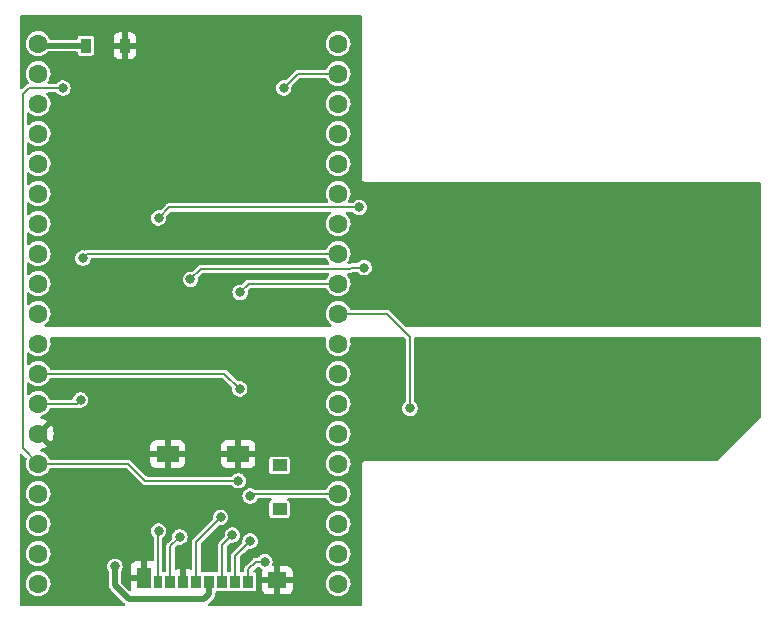
<source format=gbr>
%TF.GenerationSoftware,KiCad,Pcbnew,(6.0.6-0)*%
%TF.CreationDate,2022-08-03T19:16:28-07:00*%
%TF.ProjectId,sd_bt_streamer,73645f62-745f-4737-9472-65616d65722e,rev?*%
%TF.SameCoordinates,Original*%
%TF.FileFunction,Copper,L1,Top*%
%TF.FilePolarity,Positive*%
%FSLAX46Y46*%
G04 Gerber Fmt 4.6, Leading zero omitted, Abs format (unit mm)*
G04 Created by KiCad (PCBNEW (6.0.6-0)) date 2022-08-03 19:16:28*
%MOMM*%
%LPD*%
G01*
G04 APERTURE LIST*
%TA.AperFunction,SMDPad,CuDef*%
%ADD10R,0.850000X1.100000*%
%TD*%
%TA.AperFunction,SMDPad,CuDef*%
%ADD11R,0.750000X1.100000*%
%TD*%
%TA.AperFunction,SMDPad,CuDef*%
%ADD12R,1.200000X1.000000*%
%TD*%
%TA.AperFunction,SMDPad,CuDef*%
%ADD13R,1.900000X1.350000*%
%TD*%
%TA.AperFunction,SMDPad,CuDef*%
%ADD14R,1.170000X1.800000*%
%TD*%
%TA.AperFunction,SMDPad,CuDef*%
%ADD15R,1.550000X1.350000*%
%TD*%
%TA.AperFunction,ComponentPad*%
%ADD16C,1.600000*%
%TD*%
%TA.AperFunction,SMDPad,CuDef*%
%ADD17R,0.900000X1.200000*%
%TD*%
%TA.AperFunction,ViaPad*%
%ADD18C,0.800000*%
%TD*%
%TA.AperFunction,Conductor*%
%ADD19C,0.500000*%
%TD*%
%TA.AperFunction,Conductor*%
%ADD20C,0.200000*%
%TD*%
G04 APERTURE END LIST*
D10*
%TO.P,J1,1,DAT2*%
%TO.N,/DAT2*%
X167105000Y-104200000D03*
%TO.P,J1,2,DAT3/CD*%
%TO.N,/CS*%
X166005000Y-104200000D03*
%TO.P,J1,3,CMD*%
%TO.N,/MOSI*%
X164905000Y-104200000D03*
%TO.P,J1,4,VDD*%
%TO.N,+3.3V*%
X163805000Y-104200000D03*
%TO.P,J1,5,CLK*%
%TO.N,/CLK*%
X162705000Y-104200000D03*
%TO.P,J1,6,VSS*%
%TO.N,GND*%
X161605000Y-104200000D03*
%TO.P,J1,7,DAT0*%
%TO.N,/MISO*%
X160505000Y-104200000D03*
D11*
%TO.P,J1,8,DAT1*%
%TO.N,/DAT1*%
X159455000Y-104200000D03*
D12*
%TO.P,J1,9,DET_B*%
%TO.N,unconnected-(J1-Pad9)*%
X169740000Y-98050000D03*
%TO.P,J1,10,DET_A*%
%TO.N,unconnected-(J1-Pad10)*%
X169740000Y-94350000D03*
D13*
%TO.P,J1,11,SHIELD*%
%TO.N,GND*%
X160270000Y-93375000D03*
X166240000Y-93375000D03*
D14*
X158245000Y-103850000D03*
D15*
X169565000Y-104075000D03*
%TD*%
D16*
%TO.P,U2,1,3V3*%
%TO.N,+3.3VP*%
X149300000Y-58640000D03*
%TO.P,U2,2,EN*%
%TO.N,unconnected-(U2-Pad2)*%
X149300000Y-61180000D03*
%TO.P,U2,3,VP*%
%TO.N,unconnected-(U2-Pad3)*%
X149300000Y-63720000D03*
%TO.P,U2,4,VN*%
%TO.N,unconnected-(U2-Pad4)*%
X149300000Y-66260000D03*
%TO.P,U2,5,34*%
%TO.N,unconnected-(U2-Pad5)*%
X149300000Y-68800000D03*
%TO.P,U2,6,35*%
%TO.N,unconnected-(U2-Pad6)*%
X149300000Y-71340000D03*
%TO.P,U2,7,32*%
%TO.N,unconnected-(U2-Pad7)*%
X149300000Y-73880000D03*
%TO.P,U2,8,33*%
%TO.N,unconnected-(U2-Pad8)*%
X149300000Y-76420000D03*
%TO.P,U2,9,25*%
%TO.N,unconnected-(U2-Pad9)*%
X149300000Y-78960000D03*
%TO.P,U2,10,26*%
%TO.N,unconnected-(U2-Pad10)*%
X149300000Y-81500000D03*
%TO.P,U2,11,27*%
%TO.N,unconnected-(U2-Pad11)*%
X149300000Y-84040000D03*
%TO.P,U2,12,14*%
%TO.N,/CLK*%
X149300000Y-86580000D03*
%TO.P,U2,13,12*%
%TO.N,/MISO_ESP32*%
X149300000Y-89120000D03*
%TO.P,U2,14,GND*%
%TO.N,GND*%
X149300000Y-91660000D03*
%TO.P,U2,15,13*%
%TO.N,/MOSI*%
X149300000Y-94200000D03*
%TO.P,U2,16,D2*%
%TO.N,unconnected-(U2-Pad16)*%
X149300000Y-96740000D03*
%TO.P,U2,17,D3*%
%TO.N,unconnected-(U2-Pad17)*%
X149300000Y-99280000D03*
%TO.P,U2,18,CMD*%
%TO.N,unconnected-(U2-Pad18)*%
X149300000Y-101820000D03*
%TO.P,U2,19,5V*%
%TO.N,unconnected-(U2-Pad19)*%
X149300000Y-104360000D03*
%TO.P,U2,20,SCLK*%
%TO.N,unconnected-(U2-Pad20)*%
X174700000Y-104360000D03*
%TO.P,U2,21,D0*%
%TO.N,unconnected-(U2-Pad21)*%
X174700000Y-101820000D03*
%TO.P,U2,22,D1*%
%TO.N,unconnected-(U2-Pad22)*%
X174700000Y-99280000D03*
%TO.P,U2,23,15*%
%TO.N,/CS*%
X174700000Y-96740000D03*
%TO.P,U2,24,2*%
%TO.N,unconnected-(U2-Pad24)*%
X174700000Y-94200000D03*
%TO.P,U2,25,0*%
%TO.N,unconnected-(U2-Pad25)*%
X174700000Y-91660000D03*
%TO.P,U2,26,4*%
%TO.N,unconnected-(U2-Pad26)*%
X174700000Y-89120000D03*
%TO.P,U2,27,16*%
%TO.N,unconnected-(U2-Pad27)*%
X174700000Y-86580000D03*
%TO.P,U2,28,17*%
%TO.N,unconnected-(U2-Pad28)*%
X174700000Y-84040000D03*
%TO.P,U2,29,5*%
%TO.N,/CS*%
X174700000Y-81500000D03*
%TO.P,U2,30,18*%
%TO.N,/CLK*%
X174700000Y-78960000D03*
%TO.P,U2,31,19*%
%TO.N,/MISO_ESP32*%
X174700000Y-76420000D03*
%TO.P,U2,32,GND*%
%TO.N,GND*%
X174700000Y-73880000D03*
%TO.P,U2,33,21*%
%TO.N,unconnected-(U2-Pad33)*%
X174700000Y-71340000D03*
%TO.P,U2,34,RX*%
%TO.N,unconnected-(U2-Pad34)*%
X174700000Y-68800000D03*
%TO.P,U2,35,TX*%
%TO.N,unconnected-(U2-Pad35)*%
X174700000Y-66260000D03*
%TO.P,U2,36,22*%
%TO.N,unconnected-(U2-Pad36)*%
X174700000Y-63720000D03*
%TO.P,U2,37,23*%
%TO.N,/MOSI*%
X174700000Y-61180000D03*
%TO.P,U2,38,GND*%
%TO.N,GND*%
X174700000Y-58640000D03*
%TD*%
D17*
%TO.P,D1,1,K*%
%TO.N,+3.3VP*%
X153350000Y-58800000D03*
%TO.P,D1,2,A*%
%TO.N,+3.3V*%
X156650000Y-58800000D03*
%TD*%
D18*
%TO.N,+3.3V*%
X195000000Y-81750000D03*
X155800000Y-81100000D03*
X155800000Y-102900000D03*
%TO.N,/MISO*%
X161300000Y-100400000D03*
X162200000Y-78600000D03*
X176900000Y-77600000D03*
%TO.N,/CLK*%
X166375000Y-87875000D03*
X166400000Y-79700000D03*
X164750000Y-98750000D03*
%TO.N,/MOSI*%
X166250000Y-95650000D03*
X165750000Y-100250000D03*
X151400000Y-62400000D03*
X170100000Y-62400000D03*
%TO.N,/CS*%
X167250000Y-96950000D03*
X180785400Y-89514600D03*
X167250000Y-100750000D03*
%TO.N,/DAT1*%
X159500000Y-73400000D03*
X159500000Y-99900000D03*
X176500000Y-72500000D03*
%TO.N,/DAT2*%
X168500000Y-102500000D03*
%TO.N,/MISO_ESP32*%
X153100000Y-76800000D03*
X152900000Y-88800000D03*
%TD*%
D19*
%TO.N,+3.3VP*%
X149460000Y-58800000D02*
X149300000Y-58640000D01*
X153350000Y-58800000D02*
X149460000Y-58800000D01*
%TO.N,+3.3V*%
X163805000Y-105250000D02*
X163355000Y-105700000D01*
X163355000Y-105700000D02*
X157000000Y-105700000D01*
X163805000Y-104200000D02*
X163805000Y-105250000D01*
X157000000Y-105700000D02*
X155800000Y-104500000D01*
X155800000Y-104500000D02*
X155800000Y-102900000D01*
D20*
%TO.N,/MISO*%
X163100000Y-77700000D02*
X175700000Y-77700000D01*
X160505000Y-104200000D02*
X160505000Y-101195000D01*
X175700000Y-77700000D02*
X175800000Y-77600000D01*
X175800000Y-77600000D02*
X176900000Y-77600000D01*
X162200000Y-78600000D02*
X163100000Y-77700000D01*
X160505000Y-101195000D02*
X161300000Y-100400000D01*
%TO.N,/CLK*%
X149300000Y-86580000D02*
X165080000Y-86580000D01*
X165080000Y-86580000D02*
X166375000Y-87875000D01*
X162705000Y-100795000D02*
X162705000Y-104200000D01*
X164750000Y-98750000D02*
X162705000Y-100795000D01*
X166400000Y-79700000D02*
X167140000Y-78960000D01*
X167140000Y-78960000D02*
X174700000Y-78960000D01*
%TO.N,/MOSI*%
X149300000Y-94200000D02*
X156900000Y-94200000D01*
X170100000Y-62400000D02*
X171320000Y-61180000D01*
X165750000Y-100250000D02*
X164905000Y-101095000D01*
X148000000Y-62900000D02*
X148500000Y-62400000D01*
X158350000Y-95650000D02*
X166250000Y-95650000D01*
X156900000Y-94200000D02*
X158350000Y-95650000D01*
X148500000Y-62400000D02*
X151400000Y-62400000D01*
X171320000Y-61180000D02*
X174700000Y-61180000D01*
X149300000Y-94200000D02*
X148000000Y-92900000D01*
X148000000Y-92900000D02*
X148000000Y-62900000D01*
X164905000Y-101095000D02*
X164905000Y-104200000D01*
%TO.N,/CS*%
X174700000Y-81500000D02*
X178800000Y-81500000D01*
X167250000Y-100750000D02*
X166005000Y-101995000D01*
X178800000Y-81500000D02*
X180785400Y-83485400D01*
X166005000Y-101995000D02*
X166005000Y-104200000D01*
X167460000Y-96740000D02*
X167250000Y-96950000D01*
X180785400Y-83485400D02*
X180785400Y-89514600D01*
X174700000Y-96740000D02*
X167460000Y-96740000D01*
%TO.N,/DAT1*%
X163200000Y-72500000D02*
X176500000Y-72500000D01*
X159455000Y-99945000D02*
X159500000Y-99900000D01*
X159455000Y-104200000D02*
X159455000Y-99945000D01*
X160400000Y-72500000D02*
X163200000Y-72500000D01*
X159500000Y-73400000D02*
X160400000Y-72500000D01*
%TO.N,/DAT2*%
X167105000Y-103145000D02*
X167750000Y-102500000D01*
X167105000Y-104200000D02*
X167105000Y-103145000D01*
X167750000Y-102500000D02*
X168500000Y-102500000D01*
%TO.N,/MISO_ESP32*%
X153480000Y-76420000D02*
X153100000Y-76800000D01*
X152580000Y-89120000D02*
X149300000Y-89120000D01*
X174700000Y-76420000D02*
X153480000Y-76420000D01*
X152900000Y-88800000D02*
X152580000Y-89120000D01*
%TD*%
%TA.AperFunction,Conductor*%
%TO.N,GND*%
G36*
X173665127Y-83520002D02*
G01*
X173711620Y-83573658D01*
X173721724Y-83643932D01*
X173717110Y-83664091D01*
X173667484Y-83820532D01*
X173666798Y-83826649D01*
X173666797Y-83826653D01*
X173645207Y-84019137D01*
X173644520Y-84025262D01*
X173661759Y-84230553D01*
X173718544Y-84428586D01*
X173721359Y-84434063D01*
X173721360Y-84434066D01*
X173742247Y-84474707D01*
X173812712Y-84611818D01*
X173940677Y-84773270D01*
X174097564Y-84906791D01*
X174277398Y-85007297D01*
X174372238Y-85038113D01*
X174467471Y-85069056D01*
X174467475Y-85069057D01*
X174473329Y-85070959D01*
X174677894Y-85095351D01*
X174684029Y-85094879D01*
X174684031Y-85094879D01*
X174740039Y-85090569D01*
X174883300Y-85079546D01*
X174889230Y-85077890D01*
X174889232Y-85077890D01*
X175075797Y-85025800D01*
X175075796Y-85025800D01*
X175081725Y-85024145D01*
X175087214Y-85021372D01*
X175087220Y-85021370D01*
X175260116Y-84934033D01*
X175265610Y-84931258D01*
X175427951Y-84804424D01*
X175441997Y-84788152D01*
X175558540Y-84653134D01*
X175558540Y-84653133D01*
X175562564Y-84648472D01*
X175583387Y-84611818D01*
X175601056Y-84580714D01*
X175664323Y-84469344D01*
X175729351Y-84273863D01*
X175755171Y-84069474D01*
X175755583Y-84040000D01*
X175735480Y-83834970D01*
X175683383Y-83662418D01*
X175682842Y-83591424D01*
X175720769Y-83531407D01*
X175785124Y-83501423D01*
X175804005Y-83500000D01*
X180252128Y-83500000D01*
X180320249Y-83520002D01*
X180341223Y-83536905D01*
X180397995Y-83593677D01*
X180432021Y-83655989D01*
X180434900Y-83682772D01*
X180434900Y-88899797D01*
X180414898Y-88967918D01*
X180391732Y-88994744D01*
X180298434Y-89076133D01*
X180207901Y-89204948D01*
X180150709Y-89351639D01*
X180149718Y-89359168D01*
X180134475Y-89474951D01*
X180130158Y-89507738D01*
X180147435Y-89664233D01*
X180201543Y-89812090D01*
X180205780Y-89818396D01*
X180205782Y-89818399D01*
X180226676Y-89849492D01*
X180289358Y-89942772D01*
X180405810Y-90048735D01*
X180412485Y-90052359D01*
X180537499Y-90120237D01*
X180537501Y-90120238D01*
X180544176Y-90123862D01*
X180551525Y-90125790D01*
X180689119Y-90161887D01*
X180689121Y-90161887D01*
X180696469Y-90163815D01*
X180779780Y-90165124D01*
X180846298Y-90166169D01*
X180846301Y-90166169D01*
X180853895Y-90166288D01*
X181007368Y-90131138D01*
X181148025Y-90060395D01*
X181205557Y-90011258D01*
X181261974Y-89963074D01*
X181261976Y-89963071D01*
X181267748Y-89958142D01*
X181359624Y-89830283D01*
X181418350Y-89684198D01*
X181436779Y-89554706D01*
X181439953Y-89532407D01*
X181439953Y-89532404D01*
X181440534Y-89528323D01*
X181440678Y-89514600D01*
X181421763Y-89358294D01*
X181403723Y-89310553D01*
X181368794Y-89218114D01*
X181368793Y-89218111D01*
X181366110Y-89211012D01*
X181276931Y-89081257D01*
X181178080Y-88993184D01*
X181140525Y-88932935D01*
X181135900Y-88899109D01*
X181135900Y-83626000D01*
X181155902Y-83557879D01*
X181209558Y-83511386D01*
X181261900Y-83500000D01*
X210400170Y-83500000D01*
X210468291Y-83520002D01*
X210514784Y-83573658D01*
X210526170Y-83625936D01*
X210527513Y-86354659D01*
X210529423Y-90234064D01*
X210509454Y-90302195D01*
X210492518Y-90323221D01*
X206903145Y-93912595D01*
X206840833Y-93946621D01*
X206814050Y-93949500D01*
X177037085Y-93949500D01*
X177012504Y-93947079D01*
X177012172Y-93947013D01*
X177012171Y-93947013D01*
X177000000Y-93944592D01*
X176975326Y-93949500D01*
X176902260Y-93964034D01*
X176891943Y-93970928D01*
X176891942Y-93970928D01*
X176868408Y-93986653D01*
X176819399Y-94019399D01*
X176764034Y-94102260D01*
X176744592Y-94200000D01*
X176747013Y-94212171D01*
X176747013Y-94212172D01*
X176747079Y-94212504D01*
X176749500Y-94237085D01*
X176749500Y-106123500D01*
X176729498Y-106191621D01*
X176675842Y-106238114D01*
X176623500Y-106249500D01*
X163822082Y-106249500D01*
X163753961Y-106229498D01*
X163707468Y-106175842D01*
X163697364Y-106105568D01*
X163727132Y-106040671D01*
X163729232Y-106038263D01*
X163736037Y-106032400D01*
X163740923Y-106024862D01*
X163746819Y-106018103D01*
X163746824Y-106018108D01*
X163755800Y-106007014D01*
X164109280Y-105653534D01*
X164118624Y-105646068D01*
X164118292Y-105645678D01*
X164125128Y-105639860D01*
X164132720Y-105635070D01*
X164167756Y-105595399D01*
X164173102Y-105589712D01*
X164184320Y-105578494D01*
X164187010Y-105574905D01*
X164190450Y-105570316D01*
X164196832Y-105562477D01*
X164221682Y-105534339D01*
X164227623Y-105527612D01*
X164231437Y-105519489D01*
X164233508Y-105516336D01*
X164241327Y-105503324D01*
X164243143Y-105500006D01*
X164248526Y-105492824D01*
X164264858Y-105449259D01*
X164268783Y-105439944D01*
X164288553Y-105397837D01*
X164289935Y-105388964D01*
X164291042Y-105385342D01*
X164294891Y-105370672D01*
X164295702Y-105366983D01*
X164298852Y-105358581D01*
X164299517Y-105349636D01*
X164299519Y-105349626D01*
X164302302Y-105312172D01*
X164303452Y-105302145D01*
X164305500Y-105288991D01*
X164305500Y-105273797D01*
X164305846Y-105264460D01*
X164308811Y-105224557D01*
X164309476Y-105215609D01*
X164307603Y-105206833D01*
X164306992Y-105197876D01*
X164306998Y-105197876D01*
X164305500Y-105183683D01*
X164305500Y-105124153D01*
X164325502Y-105056032D01*
X164379158Y-105009539D01*
X164443852Y-104998760D01*
X164449253Y-104999292D01*
X164455326Y-105000500D01*
X165354674Y-105000500D01*
X165427740Y-104985966D01*
X165428481Y-104989693D01*
X165477382Y-104984440D01*
X165482010Y-104985799D01*
X165482260Y-104985966D01*
X165555326Y-105000500D01*
X166454674Y-105000500D01*
X166527740Y-104985966D01*
X166528481Y-104989693D01*
X166577382Y-104984440D01*
X166582010Y-104985799D01*
X166582260Y-104985966D01*
X166655326Y-105000500D01*
X167554674Y-105000500D01*
X167627740Y-104985966D01*
X167710601Y-104930601D01*
X167765966Y-104847740D01*
X167776523Y-104794669D01*
X168282001Y-104794669D01*
X168282371Y-104801490D01*
X168287895Y-104852352D01*
X168291521Y-104867604D01*
X168336676Y-104988054D01*
X168345214Y-105003649D01*
X168421715Y-105105724D01*
X168434276Y-105118285D01*
X168536351Y-105194786D01*
X168551946Y-105203324D01*
X168672394Y-105248478D01*
X168687649Y-105252105D01*
X168738514Y-105257631D01*
X168745328Y-105258000D01*
X169292885Y-105258000D01*
X169308124Y-105253525D01*
X169309329Y-105252135D01*
X169311000Y-105244452D01*
X169311000Y-105239884D01*
X169819000Y-105239884D01*
X169823475Y-105255123D01*
X169824865Y-105256328D01*
X169832548Y-105257999D01*
X170384669Y-105257999D01*
X170391490Y-105257629D01*
X170442352Y-105252105D01*
X170457604Y-105248479D01*
X170578054Y-105203324D01*
X170593649Y-105194786D01*
X170695724Y-105118285D01*
X170708285Y-105105724D01*
X170784786Y-105003649D01*
X170793324Y-104988054D01*
X170838478Y-104867606D01*
X170842105Y-104852351D01*
X170847631Y-104801486D01*
X170848000Y-104794672D01*
X170848000Y-104347115D01*
X170847456Y-104345262D01*
X173644520Y-104345262D01*
X173645036Y-104351406D01*
X173660156Y-104531459D01*
X173661759Y-104550553D01*
X173663458Y-104556478D01*
X173715333Y-104737387D01*
X173718544Y-104748586D01*
X173721359Y-104754063D01*
X173721360Y-104754066D01*
X173786614Y-104881037D01*
X173812712Y-104931818D01*
X173940677Y-105093270D01*
X173945370Y-105097264D01*
X173945371Y-105097265D01*
X174062540Y-105196983D01*
X174097564Y-105226791D01*
X174102942Y-105229797D01*
X174102944Y-105229798D01*
X174181671Y-105273797D01*
X174277398Y-105327297D01*
X174372238Y-105358113D01*
X174467471Y-105389056D01*
X174467475Y-105389057D01*
X174473329Y-105390959D01*
X174677894Y-105415351D01*
X174684029Y-105414879D01*
X174684031Y-105414879D01*
X174740039Y-105410569D01*
X174883300Y-105399546D01*
X174889230Y-105397890D01*
X174889232Y-105397890D01*
X175075797Y-105345800D01*
X175075796Y-105345800D01*
X175081725Y-105344145D01*
X175087214Y-105341372D01*
X175087220Y-105341370D01*
X175252265Y-105257999D01*
X175265610Y-105251258D01*
X175274322Y-105244452D01*
X175423101Y-105128213D01*
X175427951Y-105124424D01*
X175444093Y-105105724D01*
X175558540Y-104973134D01*
X175558540Y-104973133D01*
X175562564Y-104968472D01*
X175574279Y-104947851D01*
X175635324Y-104840391D01*
X175664323Y-104789344D01*
X175729351Y-104593863D01*
X175755171Y-104389474D01*
X175755583Y-104360000D01*
X175735480Y-104154970D01*
X175675935Y-103957749D01*
X175579218Y-103775849D01*
X175505859Y-103685902D01*
X175452906Y-103620975D01*
X175452903Y-103620972D01*
X175449011Y-103616200D01*
X175431786Y-103601950D01*
X175295025Y-103488811D01*
X175295021Y-103488809D01*
X175290275Y-103484882D01*
X175109055Y-103386897D01*
X174912254Y-103325977D01*
X174906129Y-103325333D01*
X174906128Y-103325333D01*
X174713498Y-103305087D01*
X174713496Y-103305087D01*
X174707369Y-103304443D01*
X174620529Y-103312346D01*
X174508342Y-103322555D01*
X174508339Y-103322556D01*
X174502203Y-103323114D01*
X174304572Y-103381280D01*
X174299107Y-103384137D01*
X174267412Y-103400707D01*
X174122002Y-103476726D01*
X174117201Y-103480586D01*
X174117198Y-103480588D01*
X173996185Y-103577885D01*
X173961447Y-103605815D01*
X173829024Y-103763630D01*
X173826056Y-103769028D01*
X173826053Y-103769033D01*
X173732743Y-103938765D01*
X173729776Y-103944162D01*
X173667484Y-104140532D01*
X173666798Y-104146649D01*
X173666797Y-104146653D01*
X173656271Y-104240496D01*
X173644520Y-104345262D01*
X170847456Y-104345262D01*
X170843525Y-104331876D01*
X170842135Y-104330671D01*
X170834452Y-104329000D01*
X169837115Y-104329000D01*
X169821876Y-104333475D01*
X169820671Y-104334865D01*
X169819000Y-104342548D01*
X169819000Y-105239884D01*
X169311000Y-105239884D01*
X169311000Y-104347115D01*
X169306525Y-104331876D01*
X169305135Y-104330671D01*
X169297452Y-104329000D01*
X168300116Y-104329000D01*
X168284877Y-104333475D01*
X168283672Y-104334865D01*
X168282001Y-104342548D01*
X168282001Y-104794669D01*
X167776523Y-104794669D01*
X167780500Y-104774674D01*
X167780500Y-103625326D01*
X167765966Y-103552260D01*
X167710601Y-103469399D01*
X167627740Y-103414034D01*
X167615570Y-103411613D01*
X167615567Y-103411612D01*
X167611968Y-103410896D01*
X167604856Y-103407175D01*
X167604104Y-103406864D01*
X167604132Y-103406797D01*
X167549060Y-103377987D01*
X167513930Y-103316290D01*
X167517733Y-103245396D01*
X167547459Y-103198223D01*
X167822349Y-102923333D01*
X167884661Y-102889307D01*
X167955476Y-102894372D01*
X168003873Y-102928046D01*
X168003958Y-102928172D01*
X168024294Y-102946676D01*
X168065926Y-102984558D01*
X168120410Y-103034135D01*
X168243569Y-103101005D01*
X168293891Y-103151088D01*
X168309147Y-103220426D01*
X168301429Y-103255965D01*
X168291522Y-103282391D01*
X168287895Y-103297649D01*
X168282369Y-103348514D01*
X168282000Y-103355328D01*
X168282000Y-103802885D01*
X168286475Y-103818124D01*
X168287865Y-103819329D01*
X168295548Y-103821000D01*
X169292885Y-103821000D01*
X169308124Y-103816525D01*
X169309329Y-103815135D01*
X169311000Y-103807452D01*
X169311000Y-103802885D01*
X169819000Y-103802885D01*
X169823475Y-103818124D01*
X169824865Y-103819329D01*
X169832548Y-103821000D01*
X170829884Y-103821000D01*
X170845123Y-103816525D01*
X170846328Y-103815135D01*
X170847999Y-103807452D01*
X170847999Y-103355331D01*
X170847629Y-103348510D01*
X170842105Y-103297648D01*
X170838479Y-103282396D01*
X170793324Y-103161946D01*
X170784786Y-103146351D01*
X170708285Y-103044276D01*
X170695724Y-103031715D01*
X170593649Y-102955214D01*
X170578054Y-102946676D01*
X170457606Y-102901522D01*
X170442351Y-102897895D01*
X170391486Y-102892369D01*
X170384672Y-102892000D01*
X169837115Y-102892000D01*
X169821876Y-102896475D01*
X169820671Y-102897865D01*
X169819000Y-102905548D01*
X169819000Y-103802885D01*
X169311000Y-103802885D01*
X169311000Y-102910116D01*
X169306525Y-102894877D01*
X169305135Y-102893672D01*
X169297452Y-102892001D01*
X169229996Y-102892001D01*
X169161875Y-102871999D01*
X169115382Y-102818343D01*
X169105278Y-102748069D01*
X169113089Y-102719005D01*
X169130114Y-102676655D01*
X169130116Y-102676648D01*
X169132950Y-102669598D01*
X169145114Y-102584131D01*
X169154553Y-102517807D01*
X169154553Y-102517804D01*
X169155134Y-102513723D01*
X169155202Y-102507254D01*
X169155235Y-102504134D01*
X169155235Y-102504128D01*
X169155278Y-102500000D01*
X169136363Y-102343694D01*
X169104436Y-102259202D01*
X169083394Y-102203514D01*
X169083393Y-102203511D01*
X169080710Y-102196412D01*
X168991531Y-102066657D01*
X168944971Y-102025174D01*
X168879648Y-101966972D01*
X168879645Y-101966970D01*
X168873976Y-101961919D01*
X168852342Y-101950464D01*
X168741543Y-101891799D01*
X168741544Y-101891799D01*
X168734831Y-101888245D01*
X168717111Y-101883794D01*
X168589498Y-101851740D01*
X168589496Y-101851740D01*
X168582128Y-101849889D01*
X168574530Y-101849849D01*
X168574528Y-101849849D01*
X168507319Y-101849497D01*
X168424684Y-101849065D01*
X168417305Y-101850837D01*
X168417301Y-101850837D01*
X168278967Y-101884048D01*
X168278963Y-101884049D01*
X168271588Y-101885820D01*
X168260004Y-101891799D01*
X168157938Y-101944479D01*
X168131679Y-101958032D01*
X168125957Y-101963024D01*
X168125955Y-101963025D01*
X168071473Y-102010553D01*
X168013034Y-102061533D01*
X168008664Y-102067750D01*
X168008662Y-102067753D01*
X167988844Y-102095951D01*
X167933310Y-102140183D01*
X167885758Y-102149500D01*
X167800826Y-102149500D01*
X167781727Y-102147467D01*
X167776923Y-102147240D01*
X167766740Y-102145048D01*
X167756398Y-102146272D01*
X167756395Y-102146272D01*
X167736512Y-102148626D01*
X167731253Y-102148936D01*
X167731264Y-102149072D01*
X167726087Y-102149500D01*
X167720885Y-102149500D01*
X167703521Y-102152390D01*
X167697651Y-102153226D01*
X167661201Y-102157540D01*
X167661199Y-102157540D01*
X167650862Y-102158764D01*
X167643242Y-102162423D01*
X167634897Y-102163812D01*
X167593420Y-102186192D01*
X167588135Y-102188884D01*
X167545674Y-102209274D01*
X167541726Y-102212592D01*
X167539793Y-102214525D01*
X167538196Y-102215990D01*
X167537706Y-102216254D01*
X167537687Y-102216234D01*
X167537598Y-102216313D01*
X167532206Y-102219222D01*
X167525136Y-102226870D01*
X167525135Y-102226871D01*
X167498545Y-102255636D01*
X167495116Y-102259202D01*
X166893101Y-102861217D01*
X166878147Y-102873295D01*
X166874595Y-102876527D01*
X166865848Y-102882175D01*
X166850596Y-102901522D01*
X166846998Y-102906086D01*
X166843501Y-102910021D01*
X166843605Y-102910109D01*
X166840250Y-102914068D01*
X166836572Y-102917746D01*
X166833553Y-102921971D01*
X166833546Y-102921979D01*
X166826328Y-102932080D01*
X166822764Y-102936827D01*
X166815000Y-102946676D01*
X166793608Y-102973811D01*
X166790807Y-102981787D01*
X166785889Y-102988669D01*
X166772381Y-103033836D01*
X166770559Y-103039442D01*
X166757572Y-103076423D01*
X166757571Y-103076429D01*
X166754945Y-103083906D01*
X166754500Y-103089044D01*
X166754500Y-103091763D01*
X166754405Y-103093945D01*
X166754245Y-103094480D01*
X166754218Y-103094479D01*
X166754211Y-103094597D01*
X166752456Y-103100464D01*
X166752865Y-103110872D01*
X166754403Y-103150019D01*
X166754500Y-103154966D01*
X166754500Y-103276367D01*
X166734498Y-103344488D01*
X166680842Y-103390981D01*
X166653082Y-103399946D01*
X166582260Y-103414034D01*
X166581519Y-103410307D01*
X166532618Y-103415560D01*
X166527990Y-103414201D01*
X166527740Y-103414034D01*
X166526750Y-103413837D01*
X166456918Y-103399946D01*
X166394008Y-103367038D01*
X166358877Y-103305342D01*
X166355500Y-103276367D01*
X166355500Y-102192373D01*
X166375502Y-102124252D01*
X166392404Y-102103278D01*
X166690420Y-101805262D01*
X173644520Y-101805262D01*
X173647175Y-101836881D01*
X173657377Y-101958364D01*
X173661759Y-102010553D01*
X173663458Y-102016478D01*
X173713260Y-102190157D01*
X173718544Y-102208586D01*
X173721359Y-102214063D01*
X173721360Y-102214066D01*
X173791855Y-102351234D01*
X173812712Y-102391818D01*
X173940677Y-102553270D01*
X173945370Y-102557264D01*
X173945371Y-102557265D01*
X173999714Y-102603514D01*
X174097564Y-102686791D01*
X174102942Y-102689797D01*
X174102944Y-102689798D01*
X174134563Y-102707469D01*
X174277398Y-102787297D01*
X174364761Y-102815683D01*
X174467471Y-102849056D01*
X174467475Y-102849057D01*
X174473329Y-102850959D01*
X174677894Y-102875351D01*
X174684029Y-102874879D01*
X174684031Y-102874879D01*
X174740039Y-102870569D01*
X174883300Y-102859546D01*
X174889230Y-102857890D01*
X174889232Y-102857890D01*
X175075797Y-102805800D01*
X175075796Y-102805800D01*
X175081725Y-102804145D01*
X175087214Y-102801372D01*
X175087220Y-102801370D01*
X175228580Y-102729963D01*
X175265610Y-102711258D01*
X175427951Y-102584424D01*
X175503693Y-102496676D01*
X175558540Y-102433134D01*
X175558540Y-102433133D01*
X175562564Y-102428472D01*
X175583387Y-102391818D01*
X175643275Y-102286395D01*
X175664323Y-102249344D01*
X175729351Y-102053863D01*
X175755171Y-101849474D01*
X175755583Y-101820000D01*
X175735480Y-101614970D01*
X175675935Y-101417749D01*
X175579218Y-101235849D01*
X175501392Y-101140425D01*
X175452906Y-101080975D01*
X175452903Y-101080972D01*
X175449011Y-101076200D01*
X175436458Y-101065815D01*
X175295025Y-100948811D01*
X175295021Y-100948809D01*
X175290275Y-100944882D01*
X175109055Y-100846897D01*
X174912254Y-100785977D01*
X174906129Y-100785333D01*
X174906128Y-100785333D01*
X174713498Y-100765087D01*
X174713496Y-100765087D01*
X174707369Y-100764443D01*
X174620529Y-100772346D01*
X174508342Y-100782555D01*
X174508339Y-100782556D01*
X174502203Y-100783114D01*
X174304572Y-100841280D01*
X174122002Y-100936726D01*
X174117201Y-100940586D01*
X174117198Y-100940588D01*
X173973917Y-101055789D01*
X173961447Y-101065815D01*
X173829024Y-101223630D01*
X173826056Y-101229028D01*
X173826053Y-101229033D01*
X173764949Y-101340182D01*
X173729776Y-101404162D01*
X173667484Y-101600532D01*
X173666798Y-101606649D01*
X173666797Y-101606653D01*
X173649585Y-101760109D01*
X173644520Y-101805262D01*
X166690420Y-101805262D01*
X166723703Y-101771979D01*
X167060832Y-101434849D01*
X167123145Y-101400824D01*
X167161067Y-101399343D01*
X167161069Y-101399215D01*
X167163402Y-101399252D01*
X167163408Y-101399252D01*
X167239782Y-101400451D01*
X167310898Y-101401569D01*
X167310901Y-101401569D01*
X167318495Y-101401688D01*
X167471968Y-101366538D01*
X167612625Y-101295795D01*
X167688405Y-101231073D01*
X167726574Y-101198474D01*
X167726576Y-101198471D01*
X167732348Y-101193542D01*
X167824224Y-101065683D01*
X167841057Y-101023811D01*
X167861893Y-100971979D01*
X167882950Y-100919598D01*
X167899617Y-100802488D01*
X167904553Y-100767807D01*
X167904553Y-100767804D01*
X167905134Y-100763723D01*
X167905278Y-100750000D01*
X167886363Y-100593694D01*
X167878158Y-100571979D01*
X167833394Y-100453514D01*
X167833393Y-100453511D01*
X167830710Y-100446412D01*
X167741531Y-100316657D01*
X167682119Y-100263723D01*
X167629648Y-100216972D01*
X167629645Y-100216970D01*
X167623976Y-100211919D01*
X167484831Y-100138245D01*
X167468122Y-100134048D01*
X167339498Y-100101740D01*
X167339496Y-100101740D01*
X167332128Y-100099889D01*
X167324530Y-100099849D01*
X167324528Y-100099849D01*
X167257319Y-100099497D01*
X167174684Y-100099065D01*
X167167305Y-100100837D01*
X167167301Y-100100837D01*
X167028967Y-100134048D01*
X167028963Y-100134049D01*
X167021588Y-100135820D01*
X166881679Y-100208032D01*
X166875957Y-100213024D01*
X166875955Y-100213025D01*
X166768759Y-100306538D01*
X166768756Y-100306541D01*
X166763034Y-100311533D01*
X166740538Y-100343542D01*
X166682127Y-100426652D01*
X166672501Y-100440348D01*
X166615309Y-100587039D01*
X166614318Y-100594568D01*
X166596959Y-100726423D01*
X166594758Y-100743138D01*
X166600948Y-100799208D01*
X166604665Y-100832876D01*
X166592259Y-100902780D01*
X166568521Y-100935797D01*
X165793101Y-101711217D01*
X165778147Y-101723295D01*
X165774595Y-101726527D01*
X165765848Y-101732175D01*
X165759402Y-101740352D01*
X165746998Y-101756086D01*
X165743501Y-101760021D01*
X165743605Y-101760109D01*
X165740250Y-101764068D01*
X165736572Y-101767746D01*
X165733553Y-101771971D01*
X165733546Y-101771979D01*
X165726328Y-101782080D01*
X165722764Y-101786827D01*
X165693608Y-101823811D01*
X165690807Y-101831787D01*
X165685889Y-101838669D01*
X165672381Y-101883836D01*
X165670559Y-101889442D01*
X165657572Y-101926423D01*
X165657571Y-101926429D01*
X165654945Y-101933906D01*
X165654500Y-101939044D01*
X165654500Y-101941763D01*
X165654405Y-101943945D01*
X165654245Y-101944480D01*
X165654218Y-101944479D01*
X165654211Y-101944597D01*
X165652456Y-101950464D01*
X165652865Y-101960872D01*
X165654403Y-102000019D01*
X165654500Y-102004966D01*
X165654500Y-103276367D01*
X165634498Y-103344488D01*
X165580842Y-103390981D01*
X165553082Y-103399946D01*
X165482260Y-103414034D01*
X165481519Y-103410307D01*
X165432618Y-103415560D01*
X165427990Y-103414201D01*
X165427740Y-103414034D01*
X165426750Y-103413837D01*
X165356918Y-103399946D01*
X165294008Y-103367038D01*
X165258877Y-103305342D01*
X165255500Y-103276367D01*
X165255500Y-101292372D01*
X165275502Y-101224251D01*
X165292405Y-101203277D01*
X165560833Y-100934849D01*
X165623145Y-100900823D01*
X165661067Y-100899343D01*
X165661069Y-100899215D01*
X165663400Y-100899252D01*
X165663407Y-100899252D01*
X165739782Y-100900452D01*
X165810898Y-100901569D01*
X165810901Y-100901569D01*
X165818495Y-100901688D01*
X165971968Y-100866538D01*
X166112625Y-100795795D01*
X166145395Y-100767807D01*
X166226574Y-100698474D01*
X166226576Y-100698471D01*
X166232348Y-100693542D01*
X166324224Y-100565683D01*
X166382950Y-100419598D01*
X166397445Y-100317747D01*
X166404553Y-100267807D01*
X166404553Y-100267804D01*
X166405134Y-100263723D01*
X166405278Y-100250000D01*
X166386363Y-100093694D01*
X166369177Y-100048213D01*
X166333394Y-99953514D01*
X166333393Y-99953511D01*
X166330710Y-99946412D01*
X166241531Y-99816657D01*
X166168102Y-99751234D01*
X166129648Y-99716972D01*
X166129645Y-99716970D01*
X166123976Y-99711919D01*
X166108059Y-99703491D01*
X165991543Y-99641799D01*
X165991544Y-99641799D01*
X165984831Y-99638245D01*
X165968122Y-99634048D01*
X165839498Y-99601740D01*
X165839496Y-99601740D01*
X165832128Y-99599889D01*
X165824530Y-99599849D01*
X165824528Y-99599849D01*
X165757319Y-99599497D01*
X165674684Y-99599065D01*
X165667305Y-99600837D01*
X165667301Y-99600837D01*
X165528967Y-99634048D01*
X165528963Y-99634049D01*
X165521588Y-99635820D01*
X165381679Y-99708032D01*
X165375957Y-99713024D01*
X165375955Y-99713025D01*
X165268759Y-99806538D01*
X165268756Y-99806541D01*
X165263034Y-99811533D01*
X165234721Y-99851818D01*
X165194113Y-99909598D01*
X165172501Y-99940348D01*
X165115309Y-100087039D01*
X165113440Y-100101234D01*
X165096493Y-100229963D01*
X165094758Y-100243138D01*
X165104146Y-100328172D01*
X165104665Y-100332876D01*
X165092259Y-100402780D01*
X165068521Y-100435797D01*
X164693101Y-100811217D01*
X164678147Y-100823295D01*
X164674595Y-100826527D01*
X164665848Y-100832175D01*
X164654242Y-100846897D01*
X164646998Y-100856086D01*
X164643501Y-100860021D01*
X164643605Y-100860109D01*
X164640250Y-100864068D01*
X164636572Y-100867746D01*
X164633553Y-100871971D01*
X164633546Y-100871979D01*
X164626328Y-100882080D01*
X164622764Y-100886827D01*
X164593608Y-100923811D01*
X164590807Y-100931787D01*
X164585889Y-100938669D01*
X164572381Y-100983836D01*
X164570559Y-100989442D01*
X164557572Y-101026423D01*
X164557571Y-101026429D01*
X164554945Y-101033906D01*
X164554500Y-101039044D01*
X164554500Y-101041763D01*
X164554405Y-101043945D01*
X164554245Y-101044480D01*
X164554218Y-101044479D01*
X164554211Y-101044597D01*
X164552456Y-101050464D01*
X164552865Y-101060872D01*
X164554403Y-101100019D01*
X164554500Y-101104966D01*
X164554500Y-103276367D01*
X164534498Y-103344488D01*
X164480842Y-103390981D01*
X164453082Y-103399946D01*
X164382260Y-103414034D01*
X164381519Y-103410307D01*
X164332618Y-103415560D01*
X164327990Y-103414201D01*
X164327740Y-103414034D01*
X164254674Y-103399500D01*
X163355326Y-103399500D01*
X163282260Y-103414034D01*
X163281519Y-103410307D01*
X163232618Y-103415560D01*
X163227990Y-103414201D01*
X163227740Y-103414034D01*
X163226750Y-103413837D01*
X163156918Y-103399946D01*
X163094008Y-103367038D01*
X163058877Y-103305342D01*
X163055500Y-103276367D01*
X163055500Y-100992372D01*
X163075502Y-100924251D01*
X163092405Y-100903277D01*
X164560833Y-99434849D01*
X164623145Y-99400823D01*
X164661067Y-99399343D01*
X164661069Y-99399215D01*
X164663400Y-99399252D01*
X164663407Y-99399252D01*
X164739782Y-99400452D01*
X164810898Y-99401569D01*
X164810901Y-99401569D01*
X164818495Y-99401688D01*
X164971968Y-99366538D01*
X165112625Y-99295795D01*
X165148375Y-99265262D01*
X173644520Y-99265262D01*
X173645036Y-99271406D01*
X173661002Y-99461533D01*
X173661759Y-99470553D01*
X173663458Y-99476478D01*
X173710147Y-99639301D01*
X173718544Y-99668586D01*
X173721359Y-99674063D01*
X173721360Y-99674066D01*
X173789441Y-99806538D01*
X173812712Y-99851818D01*
X173940677Y-100013270D01*
X173945370Y-100017264D01*
X173945371Y-100017265D01*
X174085349Y-100136395D01*
X174097564Y-100146791D01*
X174277398Y-100247297D01*
X174372238Y-100278113D01*
X174467471Y-100309056D01*
X174467475Y-100309057D01*
X174473329Y-100310959D01*
X174677894Y-100335351D01*
X174684029Y-100334879D01*
X174684031Y-100334879D01*
X174740039Y-100330569D01*
X174883300Y-100319546D01*
X174889230Y-100317890D01*
X174889232Y-100317890D01*
X175075797Y-100265800D01*
X175075796Y-100265800D01*
X175081725Y-100264145D01*
X175087214Y-100261372D01*
X175087220Y-100261370D01*
X175260116Y-100174033D01*
X175265610Y-100171258D01*
X175427951Y-100044424D01*
X175499441Y-99961602D01*
X175558540Y-99893134D01*
X175558540Y-99893133D01*
X175562564Y-99888472D01*
X175583387Y-99851818D01*
X175620552Y-99786395D01*
X175664323Y-99709344D01*
X175729351Y-99513863D01*
X175755171Y-99309474D01*
X175755502Y-99285820D01*
X175755534Y-99283522D01*
X175755534Y-99283518D01*
X175755583Y-99280000D01*
X175735480Y-99074970D01*
X175675935Y-98877749D01*
X175579218Y-98695849D01*
X175495902Y-98593694D01*
X175452906Y-98540975D01*
X175452903Y-98540972D01*
X175449011Y-98536200D01*
X175341707Y-98447430D01*
X175295025Y-98408811D01*
X175295021Y-98408809D01*
X175290275Y-98404882D01*
X175109055Y-98306897D01*
X174912254Y-98245977D01*
X174906129Y-98245333D01*
X174906128Y-98245333D01*
X174713498Y-98225087D01*
X174713496Y-98225087D01*
X174707369Y-98224443D01*
X174620529Y-98232346D01*
X174508342Y-98242555D01*
X174508339Y-98242556D01*
X174502203Y-98243114D01*
X174304572Y-98301280D01*
X174299107Y-98304137D01*
X174213287Y-98349003D01*
X174122002Y-98396726D01*
X174117201Y-98400586D01*
X174117198Y-98400588D01*
X173966254Y-98521950D01*
X173961447Y-98525815D01*
X173829024Y-98683630D01*
X173826056Y-98689028D01*
X173826053Y-98689033D01*
X173732743Y-98858765D01*
X173729776Y-98864162D01*
X173667484Y-99060532D01*
X173666798Y-99066649D01*
X173666797Y-99066653D01*
X173652011Y-99198474D01*
X173644520Y-99265262D01*
X165148375Y-99265262D01*
X165167339Y-99249065D01*
X165226574Y-99198474D01*
X165226576Y-99198471D01*
X165232348Y-99193542D01*
X165324224Y-99065683D01*
X165382950Y-98919598D01*
X165401624Y-98788387D01*
X165404553Y-98767807D01*
X165404553Y-98767804D01*
X165405134Y-98763723D01*
X165405278Y-98750000D01*
X165403765Y-98737493D01*
X165387275Y-98601234D01*
X165386363Y-98593694D01*
X165330710Y-98446412D01*
X165241531Y-98316657D01*
X165161479Y-98245333D01*
X165129648Y-98216972D01*
X165129645Y-98216970D01*
X165123976Y-98211919D01*
X164984831Y-98138245D01*
X164968122Y-98134048D01*
X164839498Y-98101740D01*
X164839496Y-98101740D01*
X164832128Y-98099889D01*
X164824530Y-98099849D01*
X164824528Y-98099849D01*
X164757319Y-98099497D01*
X164674684Y-98099065D01*
X164667305Y-98100837D01*
X164667301Y-98100837D01*
X164528967Y-98134048D01*
X164528963Y-98134049D01*
X164521588Y-98135820D01*
X164381679Y-98208032D01*
X164375957Y-98213024D01*
X164375955Y-98213025D01*
X164268759Y-98306538D01*
X164268756Y-98306541D01*
X164263034Y-98311533D01*
X164258667Y-98317747D01*
X164194666Y-98408811D01*
X164172501Y-98440348D01*
X164115309Y-98587039D01*
X164114318Y-98594568D01*
X164096409Y-98730601D01*
X164094758Y-98743138D01*
X164101091Y-98800500D01*
X164104665Y-98832876D01*
X164092259Y-98902780D01*
X164068521Y-98935797D01*
X162493101Y-100511217D01*
X162478147Y-100523295D01*
X162474595Y-100526527D01*
X162465848Y-100532175D01*
X162459402Y-100540352D01*
X162446998Y-100556086D01*
X162443501Y-100560021D01*
X162443605Y-100560109D01*
X162440250Y-100564068D01*
X162436572Y-100567746D01*
X162433553Y-100571971D01*
X162433546Y-100571979D01*
X162426328Y-100582080D01*
X162422764Y-100586827D01*
X162393608Y-100623811D01*
X162390807Y-100631787D01*
X162385889Y-100638669D01*
X162372381Y-100683836D01*
X162370559Y-100689442D01*
X162357572Y-100726423D01*
X162357571Y-100726429D01*
X162354945Y-100733906D01*
X162354500Y-100739044D01*
X162354500Y-100741763D01*
X162354405Y-100743945D01*
X162354245Y-100744480D01*
X162354218Y-100744479D01*
X162354211Y-100744597D01*
X162352456Y-100750464D01*
X162352865Y-100760872D01*
X162354403Y-100800019D01*
X162354500Y-100804966D01*
X162354500Y-103047285D01*
X162334498Y-103115406D01*
X162280842Y-103161899D01*
X162210568Y-103172003D01*
X162184269Y-103165267D01*
X162147602Y-103151521D01*
X162132351Y-103147895D01*
X162081486Y-103142369D01*
X162074672Y-103142000D01*
X161877115Y-103142000D01*
X161861876Y-103146475D01*
X161860671Y-103147865D01*
X161859000Y-103155548D01*
X161859000Y-104328000D01*
X161838998Y-104396121D01*
X161785342Y-104442614D01*
X161733000Y-104454000D01*
X161477000Y-104454000D01*
X161408879Y-104433998D01*
X161362386Y-104380342D01*
X161351000Y-104328000D01*
X161351000Y-103160116D01*
X161346525Y-103144877D01*
X161345135Y-103143672D01*
X161337452Y-103142001D01*
X161135331Y-103142001D01*
X161128510Y-103142371D01*
X161077648Y-103147895D01*
X161062400Y-103151520D01*
X161025731Y-103165267D01*
X160954924Y-103170450D01*
X160892554Y-103136530D01*
X160858425Y-103074275D01*
X160855500Y-103047285D01*
X160855500Y-101392373D01*
X160875502Y-101324252D01*
X160892404Y-101303278D01*
X160997208Y-101198474D01*
X161110832Y-101084849D01*
X161173144Y-101050824D01*
X161211067Y-101049343D01*
X161211069Y-101049215D01*
X161213402Y-101049252D01*
X161213408Y-101049252D01*
X161289782Y-101050452D01*
X161360898Y-101051569D01*
X161360901Y-101051569D01*
X161368495Y-101051688D01*
X161521968Y-101016538D01*
X161662625Y-100945795D01*
X161714407Y-100901569D01*
X161776574Y-100848474D01*
X161776576Y-100848471D01*
X161782348Y-100843542D01*
X161874224Y-100715683D01*
X161932950Y-100569598D01*
X161950570Y-100445795D01*
X161954553Y-100417807D01*
X161954553Y-100417804D01*
X161955134Y-100413723D01*
X161955278Y-100400000D01*
X161936363Y-100243694D01*
X161931175Y-100229963D01*
X161883394Y-100103514D01*
X161883393Y-100103511D01*
X161880710Y-100096412D01*
X161791531Y-99966657D01*
X161721357Y-99904134D01*
X161679648Y-99866972D01*
X161679645Y-99866970D01*
X161673976Y-99861919D01*
X161644555Y-99846341D01*
X161619270Y-99832954D01*
X161534831Y-99788245D01*
X161518122Y-99784048D01*
X161389498Y-99751740D01*
X161389496Y-99751740D01*
X161382128Y-99749889D01*
X161374530Y-99749849D01*
X161374528Y-99749849D01*
X161307319Y-99749497D01*
X161224684Y-99749065D01*
X161217305Y-99750837D01*
X161217301Y-99750837D01*
X161078967Y-99784048D01*
X161078963Y-99784049D01*
X161071588Y-99785820D01*
X160931679Y-99858032D01*
X160925957Y-99863024D01*
X160925955Y-99863025D01*
X160818759Y-99956538D01*
X160818756Y-99956541D01*
X160813034Y-99961533D01*
X160808667Y-99967747D01*
X160729800Y-100079963D01*
X160722501Y-100090348D01*
X160665309Y-100237039D01*
X160661523Y-100265800D01*
X160652692Y-100332876D01*
X160644758Y-100393138D01*
X160654665Y-100482876D01*
X160642259Y-100552780D01*
X160618521Y-100585797D01*
X160293101Y-100911217D01*
X160278147Y-100923295D01*
X160274595Y-100926527D01*
X160265848Y-100932175D01*
X160258863Y-100941036D01*
X160246998Y-100956086D01*
X160243501Y-100960021D01*
X160243605Y-100960109D01*
X160240250Y-100964068D01*
X160236572Y-100967746D01*
X160233553Y-100971971D01*
X160233546Y-100971979D01*
X160226328Y-100982080D01*
X160222764Y-100986827D01*
X160193608Y-101023811D01*
X160190807Y-101031787D01*
X160185889Y-101038669D01*
X160172381Y-101083836D01*
X160170559Y-101089442D01*
X160157572Y-101126423D01*
X160157571Y-101126429D01*
X160154945Y-101133906D01*
X160154500Y-101139044D01*
X160154500Y-101141763D01*
X160154405Y-101143945D01*
X160154245Y-101144480D01*
X160154218Y-101144479D01*
X160154211Y-101144597D01*
X160152456Y-101150464D01*
X160152865Y-101160872D01*
X160154403Y-101200019D01*
X160154500Y-101204966D01*
X160154500Y-103276367D01*
X160134498Y-103344488D01*
X160080842Y-103390981D01*
X160053082Y-103399946D01*
X159982260Y-103414034D01*
X159981519Y-103410307D01*
X159932618Y-103415560D01*
X159927991Y-103414202D01*
X159927740Y-103414034D01*
X159906917Y-103409892D01*
X159844008Y-103376984D01*
X159808877Y-103315288D01*
X159805500Y-103286313D01*
X159805500Y-100550214D01*
X159825502Y-100482093D01*
X159859902Y-100447164D01*
X159862625Y-100445795D01*
X159921054Y-100395892D01*
X159976574Y-100348474D01*
X159976576Y-100348471D01*
X159982348Y-100343542D01*
X160074224Y-100215683D01*
X160132950Y-100069598D01*
X160147445Y-99967747D01*
X160154553Y-99917807D01*
X160154553Y-99917804D01*
X160155134Y-99913723D01*
X160155278Y-99900000D01*
X160136363Y-99743694D01*
X160105744Y-99662662D01*
X160083394Y-99603514D01*
X160083393Y-99603511D01*
X160080710Y-99596412D01*
X159991531Y-99466657D01*
X159881063Y-99368233D01*
X159879648Y-99366972D01*
X159879645Y-99366970D01*
X159873976Y-99361919D01*
X159734831Y-99288245D01*
X159667792Y-99271406D01*
X159589498Y-99251740D01*
X159589496Y-99251740D01*
X159582128Y-99249889D01*
X159574530Y-99249849D01*
X159574528Y-99249849D01*
X159507319Y-99249497D01*
X159424684Y-99249065D01*
X159417305Y-99250837D01*
X159417301Y-99250837D01*
X159278967Y-99284048D01*
X159278963Y-99284049D01*
X159271588Y-99285820D01*
X159131679Y-99358032D01*
X159125957Y-99363024D01*
X159125955Y-99363025D01*
X159018759Y-99456538D01*
X159018756Y-99456541D01*
X159013034Y-99461533D01*
X158922501Y-99590348D01*
X158865309Y-99737039D01*
X158863440Y-99751234D01*
X158846078Y-99883114D01*
X158844758Y-99893138D01*
X158862035Y-100049633D01*
X158916143Y-100197490D01*
X158920380Y-100203796D01*
X158920382Y-100203799D01*
X158942418Y-100236591D01*
X159003958Y-100328172D01*
X159009576Y-100333284D01*
X159063299Y-100382168D01*
X159100222Y-100442809D01*
X159104500Y-100475362D01*
X159104500Y-102329354D01*
X159084498Y-102397475D01*
X159030842Y-102443968D01*
X158960568Y-102454072D01*
X158949355Y-102451937D01*
X158932354Y-102447895D01*
X158881486Y-102442369D01*
X158874672Y-102442000D01*
X158517115Y-102442000D01*
X158501876Y-102446475D01*
X158500671Y-102447865D01*
X158499000Y-102455548D01*
X158499000Y-103978000D01*
X158478998Y-104046121D01*
X158425342Y-104092614D01*
X158373000Y-104104000D01*
X157170116Y-104104000D01*
X157154877Y-104108475D01*
X157153672Y-104109865D01*
X157152001Y-104117548D01*
X157152001Y-104794669D01*
X157152370Y-104801486D01*
X157155540Y-104830666D01*
X157143011Y-104900549D01*
X157094690Y-104952564D01*
X157025918Y-104970198D01*
X156958530Y-104947851D01*
X156941182Y-104933368D01*
X156337405Y-104329591D01*
X156303379Y-104267279D01*
X156300500Y-104240496D01*
X156300500Y-103577885D01*
X157152000Y-103577885D01*
X157156475Y-103593124D01*
X157157865Y-103594329D01*
X157165548Y-103596000D01*
X157972885Y-103596000D01*
X157988124Y-103591525D01*
X157989329Y-103590135D01*
X157991000Y-103582452D01*
X157991000Y-102460116D01*
X157986525Y-102444877D01*
X157985135Y-102443672D01*
X157977452Y-102442001D01*
X157615331Y-102442001D01*
X157608510Y-102442371D01*
X157557648Y-102447895D01*
X157542396Y-102451521D01*
X157421946Y-102496676D01*
X157406351Y-102505214D01*
X157304276Y-102581715D01*
X157291715Y-102594276D01*
X157215214Y-102696351D01*
X157206676Y-102711946D01*
X157161522Y-102832394D01*
X157157895Y-102847649D01*
X157152369Y-102898514D01*
X157152000Y-102905328D01*
X157152000Y-103577885D01*
X156300500Y-103577885D01*
X156300500Y-103358857D01*
X156324177Y-103285331D01*
X156332959Y-103273110D01*
X156374224Y-103215683D01*
X156432950Y-103069598D01*
X156452179Y-102934487D01*
X156454553Y-102917807D01*
X156454553Y-102917804D01*
X156455134Y-102913723D01*
X156455278Y-102900000D01*
X156454111Y-102890352D01*
X156445396Y-102818343D01*
X156436363Y-102743694D01*
X156425155Y-102714033D01*
X156383394Y-102603514D01*
X156383393Y-102603511D01*
X156380710Y-102596412D01*
X156291531Y-102466657D01*
X156201387Y-102386341D01*
X156179648Y-102366972D01*
X156179645Y-102366970D01*
X156173976Y-102361919D01*
X156034831Y-102288245D01*
X156018122Y-102284048D01*
X155889498Y-102251740D01*
X155889496Y-102251740D01*
X155882128Y-102249889D01*
X155874530Y-102249849D01*
X155874528Y-102249849D01*
X155807319Y-102249497D01*
X155724684Y-102249065D01*
X155717305Y-102250837D01*
X155717301Y-102250837D01*
X155578967Y-102284048D01*
X155578963Y-102284049D01*
X155571588Y-102285820D01*
X155564843Y-102289301D01*
X155564844Y-102289301D01*
X155459459Y-102343694D01*
X155431679Y-102358032D01*
X155425957Y-102363024D01*
X155425955Y-102363025D01*
X155318759Y-102456538D01*
X155318756Y-102456541D01*
X155313034Y-102461533D01*
X155222501Y-102590348D01*
X155165309Y-102737039D01*
X155164318Y-102744568D01*
X155147100Y-102875351D01*
X155144758Y-102893138D01*
X155162035Y-103049633D01*
X155216143Y-103197490D01*
X155220380Y-103203796D01*
X155220382Y-103203799D01*
X155278081Y-103289663D01*
X155299500Y-103359939D01*
X155299500Y-104429819D01*
X155298172Y-104441704D01*
X155298682Y-104441745D01*
X155297962Y-104450691D01*
X155295981Y-104459447D01*
X155296537Y-104468407D01*
X155299258Y-104512264D01*
X155299500Y-104520067D01*
X155299500Y-104535940D01*
X155300135Y-104540374D01*
X155300948Y-104546050D01*
X155301978Y-104556106D01*
X155304859Y-104602538D01*
X155307907Y-104610982D01*
X155308676Y-104614694D01*
X155312343Y-104629399D01*
X155313404Y-104633027D01*
X155314677Y-104641918D01*
X155333939Y-104684282D01*
X155337746Y-104693637D01*
X155350491Y-104728943D01*
X155350493Y-104728947D01*
X155353540Y-104737387D01*
X155358835Y-104744635D01*
X155360611Y-104747975D01*
X155368274Y-104761089D01*
X155370303Y-104764261D01*
X155374016Y-104772428D01*
X155379871Y-104779223D01*
X155379873Y-104779226D01*
X155404387Y-104807675D01*
X155410675Y-104815595D01*
X155418522Y-104826336D01*
X155429265Y-104837079D01*
X155435623Y-104843925D01*
X155467600Y-104881037D01*
X155475134Y-104885920D01*
X155481896Y-104891819D01*
X155481892Y-104891824D01*
X155492986Y-104900800D01*
X156596466Y-106004280D01*
X156603932Y-106013624D01*
X156604322Y-106013292D01*
X156610140Y-106020128D01*
X156614930Y-106027720D01*
X156621659Y-106033663D01*
X156627477Y-106040499D01*
X156624983Y-106042622D01*
X156654264Y-106089144D01*
X156653594Y-106160138D01*
X156614648Y-106219499D01*
X156549792Y-106248381D01*
X156533038Y-106249500D01*
X147876500Y-106249500D01*
X147808379Y-106229498D01*
X147761886Y-106175842D01*
X147750500Y-106123500D01*
X147750500Y-104345262D01*
X148244520Y-104345262D01*
X148245036Y-104351406D01*
X148260156Y-104531459D01*
X148261759Y-104550553D01*
X148263458Y-104556478D01*
X148315333Y-104737387D01*
X148318544Y-104748586D01*
X148321359Y-104754063D01*
X148321360Y-104754066D01*
X148386614Y-104881037D01*
X148412712Y-104931818D01*
X148540677Y-105093270D01*
X148545370Y-105097264D01*
X148545371Y-105097265D01*
X148662540Y-105196983D01*
X148697564Y-105226791D01*
X148702942Y-105229797D01*
X148702944Y-105229798D01*
X148781671Y-105273797D01*
X148877398Y-105327297D01*
X148972238Y-105358113D01*
X149067471Y-105389056D01*
X149067475Y-105389057D01*
X149073329Y-105390959D01*
X149277894Y-105415351D01*
X149284029Y-105414879D01*
X149284031Y-105414879D01*
X149340039Y-105410569D01*
X149483300Y-105399546D01*
X149489230Y-105397890D01*
X149489232Y-105397890D01*
X149675797Y-105345800D01*
X149675796Y-105345800D01*
X149681725Y-105344145D01*
X149687214Y-105341372D01*
X149687220Y-105341370D01*
X149852265Y-105257999D01*
X149865610Y-105251258D01*
X149874322Y-105244452D01*
X150023101Y-105128213D01*
X150027951Y-105124424D01*
X150044093Y-105105724D01*
X150158540Y-104973134D01*
X150158540Y-104973133D01*
X150162564Y-104968472D01*
X150174279Y-104947851D01*
X150235324Y-104840391D01*
X150264323Y-104789344D01*
X150329351Y-104593863D01*
X150355171Y-104389474D01*
X150355583Y-104360000D01*
X150335480Y-104154970D01*
X150275935Y-103957749D01*
X150179218Y-103775849D01*
X150105859Y-103685902D01*
X150052906Y-103620975D01*
X150052903Y-103620972D01*
X150049011Y-103616200D01*
X150031786Y-103601950D01*
X149895025Y-103488811D01*
X149895021Y-103488809D01*
X149890275Y-103484882D01*
X149709055Y-103386897D01*
X149512254Y-103325977D01*
X149506129Y-103325333D01*
X149506128Y-103325333D01*
X149313498Y-103305087D01*
X149313496Y-103305087D01*
X149307369Y-103304443D01*
X149220529Y-103312346D01*
X149108342Y-103322555D01*
X149108339Y-103322556D01*
X149102203Y-103323114D01*
X148904572Y-103381280D01*
X148899107Y-103384137D01*
X148867412Y-103400707D01*
X148722002Y-103476726D01*
X148717201Y-103480586D01*
X148717198Y-103480588D01*
X148596185Y-103577885D01*
X148561447Y-103605815D01*
X148429024Y-103763630D01*
X148426056Y-103769028D01*
X148426053Y-103769033D01*
X148332743Y-103938765D01*
X148329776Y-103944162D01*
X148267484Y-104140532D01*
X148266798Y-104146649D01*
X148266797Y-104146653D01*
X148256271Y-104240496D01*
X148244520Y-104345262D01*
X147750500Y-104345262D01*
X147750500Y-101805262D01*
X148244520Y-101805262D01*
X148247175Y-101836881D01*
X148257377Y-101958364D01*
X148261759Y-102010553D01*
X148263458Y-102016478D01*
X148313260Y-102190157D01*
X148318544Y-102208586D01*
X148321359Y-102214063D01*
X148321360Y-102214066D01*
X148391855Y-102351234D01*
X148412712Y-102391818D01*
X148540677Y-102553270D01*
X148545370Y-102557264D01*
X148545371Y-102557265D01*
X148599714Y-102603514D01*
X148697564Y-102686791D01*
X148702942Y-102689797D01*
X148702944Y-102689798D01*
X148734563Y-102707469D01*
X148877398Y-102787297D01*
X148964761Y-102815683D01*
X149067471Y-102849056D01*
X149067475Y-102849057D01*
X149073329Y-102850959D01*
X149277894Y-102875351D01*
X149284029Y-102874879D01*
X149284031Y-102874879D01*
X149340039Y-102870569D01*
X149483300Y-102859546D01*
X149489230Y-102857890D01*
X149489232Y-102857890D01*
X149675797Y-102805800D01*
X149675796Y-102805800D01*
X149681725Y-102804145D01*
X149687214Y-102801372D01*
X149687220Y-102801370D01*
X149828580Y-102729963D01*
X149865610Y-102711258D01*
X150027951Y-102584424D01*
X150103693Y-102496676D01*
X150158540Y-102433134D01*
X150158540Y-102433133D01*
X150162564Y-102428472D01*
X150183387Y-102391818D01*
X150243275Y-102286395D01*
X150264323Y-102249344D01*
X150329351Y-102053863D01*
X150355171Y-101849474D01*
X150355583Y-101820000D01*
X150335480Y-101614970D01*
X150275935Y-101417749D01*
X150179218Y-101235849D01*
X150101392Y-101140425D01*
X150052906Y-101080975D01*
X150052903Y-101080972D01*
X150049011Y-101076200D01*
X150036458Y-101065815D01*
X149895025Y-100948811D01*
X149895021Y-100948809D01*
X149890275Y-100944882D01*
X149709055Y-100846897D01*
X149512254Y-100785977D01*
X149506129Y-100785333D01*
X149506128Y-100785333D01*
X149313498Y-100765087D01*
X149313496Y-100765087D01*
X149307369Y-100764443D01*
X149220529Y-100772346D01*
X149108342Y-100782555D01*
X149108339Y-100782556D01*
X149102203Y-100783114D01*
X148904572Y-100841280D01*
X148722002Y-100936726D01*
X148717201Y-100940586D01*
X148717198Y-100940588D01*
X148573917Y-101055789D01*
X148561447Y-101065815D01*
X148429024Y-101223630D01*
X148426056Y-101229028D01*
X148426053Y-101229033D01*
X148364949Y-101340182D01*
X148329776Y-101404162D01*
X148267484Y-101600532D01*
X148266798Y-101606649D01*
X148266797Y-101606653D01*
X148249585Y-101760109D01*
X148244520Y-101805262D01*
X147750500Y-101805262D01*
X147750500Y-99265262D01*
X148244520Y-99265262D01*
X148245036Y-99271406D01*
X148261002Y-99461533D01*
X148261759Y-99470553D01*
X148263458Y-99476478D01*
X148310147Y-99639301D01*
X148318544Y-99668586D01*
X148321359Y-99674063D01*
X148321360Y-99674066D01*
X148389441Y-99806538D01*
X148412712Y-99851818D01*
X148540677Y-100013270D01*
X148545370Y-100017264D01*
X148545371Y-100017265D01*
X148685349Y-100136395D01*
X148697564Y-100146791D01*
X148877398Y-100247297D01*
X148972238Y-100278113D01*
X149067471Y-100309056D01*
X149067475Y-100309057D01*
X149073329Y-100310959D01*
X149277894Y-100335351D01*
X149284029Y-100334879D01*
X149284031Y-100334879D01*
X149340039Y-100330569D01*
X149483300Y-100319546D01*
X149489230Y-100317890D01*
X149489232Y-100317890D01*
X149675797Y-100265800D01*
X149675796Y-100265800D01*
X149681725Y-100264145D01*
X149687214Y-100261372D01*
X149687220Y-100261370D01*
X149860116Y-100174033D01*
X149865610Y-100171258D01*
X150027951Y-100044424D01*
X150099441Y-99961602D01*
X150158540Y-99893134D01*
X150158540Y-99893133D01*
X150162564Y-99888472D01*
X150183387Y-99851818D01*
X150220552Y-99786395D01*
X150264323Y-99709344D01*
X150329351Y-99513863D01*
X150355171Y-99309474D01*
X150355502Y-99285820D01*
X150355534Y-99283522D01*
X150355534Y-99283518D01*
X150355583Y-99280000D01*
X150335480Y-99074970D01*
X150275935Y-98877749D01*
X150179218Y-98695849D01*
X150095902Y-98593694D01*
X150052906Y-98540975D01*
X150052903Y-98540972D01*
X150049011Y-98536200D01*
X149941707Y-98447430D01*
X149895025Y-98408811D01*
X149895021Y-98408809D01*
X149890275Y-98404882D01*
X149709055Y-98306897D01*
X149512254Y-98245977D01*
X149506129Y-98245333D01*
X149506128Y-98245333D01*
X149313498Y-98225087D01*
X149313496Y-98225087D01*
X149307369Y-98224443D01*
X149220529Y-98232346D01*
X149108342Y-98242555D01*
X149108339Y-98242556D01*
X149102203Y-98243114D01*
X148904572Y-98301280D01*
X148899107Y-98304137D01*
X148813287Y-98349003D01*
X148722002Y-98396726D01*
X148717201Y-98400586D01*
X148717198Y-98400588D01*
X148566254Y-98521950D01*
X148561447Y-98525815D01*
X148429024Y-98683630D01*
X148426056Y-98689028D01*
X148426053Y-98689033D01*
X148332743Y-98858765D01*
X148329776Y-98864162D01*
X148267484Y-99060532D01*
X148266798Y-99066649D01*
X148266797Y-99066653D01*
X148252011Y-99198474D01*
X148244520Y-99265262D01*
X147750500Y-99265262D01*
X147750500Y-96725262D01*
X148244520Y-96725262D01*
X148261759Y-96930553D01*
X148263458Y-96936478D01*
X148315967Y-97119598D01*
X148318544Y-97128586D01*
X148321359Y-97134063D01*
X148321360Y-97134066D01*
X148406381Y-97299500D01*
X148412712Y-97311818D01*
X148540677Y-97473270D01*
X148545370Y-97477264D01*
X148545371Y-97477265D01*
X148646257Y-97563125D01*
X148697564Y-97606791D01*
X148877398Y-97707297D01*
X148972238Y-97738113D01*
X149067471Y-97769056D01*
X149067475Y-97769057D01*
X149073329Y-97770959D01*
X149277894Y-97795351D01*
X149284029Y-97794879D01*
X149284031Y-97794879D01*
X149340039Y-97790569D01*
X149483300Y-97779546D01*
X149489230Y-97777890D01*
X149489232Y-97777890D01*
X149675797Y-97725800D01*
X149675796Y-97725800D01*
X149681725Y-97724145D01*
X149687214Y-97721372D01*
X149687220Y-97721370D01*
X149860116Y-97634033D01*
X149865610Y-97631258D01*
X149903611Y-97601569D01*
X149993278Y-97531513D01*
X150027951Y-97504424D01*
X150032454Y-97499208D01*
X150158540Y-97353134D01*
X150158540Y-97353133D01*
X150162564Y-97348472D01*
X150183387Y-97311818D01*
X150227348Y-97234432D01*
X150264323Y-97169344D01*
X150329351Y-96973863D01*
X150333232Y-96943138D01*
X166594758Y-96943138D01*
X166612035Y-97099633D01*
X166666143Y-97247490D01*
X166670380Y-97253796D01*
X166670382Y-97253799D01*
X166700764Y-97299012D01*
X166753958Y-97378172D01*
X166776270Y-97398474D01*
X166858470Y-97473270D01*
X166870410Y-97484135D01*
X166914756Y-97508213D01*
X167002099Y-97555637D01*
X167002101Y-97555638D01*
X167008776Y-97559262D01*
X167016125Y-97561190D01*
X167153719Y-97597287D01*
X167153721Y-97597287D01*
X167161069Y-97599215D01*
X167244380Y-97600524D01*
X167310898Y-97601569D01*
X167310901Y-97601569D01*
X167318495Y-97601688D01*
X167471968Y-97566538D01*
X167612625Y-97495795D01*
X167675679Y-97441942D01*
X167726574Y-97398474D01*
X167726576Y-97398471D01*
X167732348Y-97393542D01*
X167824224Y-97265683D01*
X167829002Y-97253799D01*
X167862888Y-97169504D01*
X167906854Y-97113759D01*
X167979795Y-97090500D01*
X168961435Y-97090500D01*
X169029556Y-97110502D01*
X169076049Y-97164158D01*
X169086153Y-97234432D01*
X169056659Y-97299012D01*
X169031436Y-97321266D01*
X168969715Y-97362506D01*
X168959399Y-97369399D01*
X168904034Y-97452260D01*
X168889500Y-97525326D01*
X168889500Y-98574674D01*
X168904034Y-98647740D01*
X168910928Y-98658057D01*
X168910928Y-98658058D01*
X168931625Y-98689033D01*
X168959399Y-98730601D01*
X169042260Y-98785966D01*
X169115326Y-98800500D01*
X170364674Y-98800500D01*
X170437740Y-98785966D01*
X170520601Y-98730601D01*
X170548375Y-98689033D01*
X170569072Y-98658058D01*
X170569072Y-98658057D01*
X170575966Y-98647740D01*
X170590500Y-98574674D01*
X170590500Y-97525326D01*
X170575966Y-97452260D01*
X170520601Y-97369399D01*
X170510285Y-97362506D01*
X170448564Y-97321266D01*
X170403036Y-97266789D01*
X170394187Y-97196346D01*
X170424828Y-97132302D01*
X170485230Y-97094990D01*
X170518565Y-97090500D01*
X173622059Y-97090500D01*
X173690180Y-97110502D01*
X173734125Y-97158906D01*
X173809892Y-97306333D01*
X173809897Y-97306341D01*
X173812712Y-97311818D01*
X173940677Y-97473270D01*
X173945370Y-97477264D01*
X173945371Y-97477265D01*
X174046257Y-97563125D01*
X174097564Y-97606791D01*
X174277398Y-97707297D01*
X174372238Y-97738113D01*
X174467471Y-97769056D01*
X174467475Y-97769057D01*
X174473329Y-97770959D01*
X174677894Y-97795351D01*
X174684029Y-97794879D01*
X174684031Y-97794879D01*
X174740039Y-97790569D01*
X174883300Y-97779546D01*
X174889230Y-97777890D01*
X174889232Y-97777890D01*
X175075797Y-97725800D01*
X175075796Y-97725800D01*
X175081725Y-97724145D01*
X175087214Y-97721372D01*
X175087220Y-97721370D01*
X175260116Y-97634033D01*
X175265610Y-97631258D01*
X175303611Y-97601569D01*
X175393278Y-97531513D01*
X175427951Y-97504424D01*
X175432454Y-97499208D01*
X175558540Y-97353134D01*
X175558540Y-97353133D01*
X175562564Y-97348472D01*
X175583387Y-97311818D01*
X175627348Y-97234432D01*
X175664323Y-97169344D01*
X175729351Y-96973863D01*
X175755171Y-96769474D01*
X175755583Y-96740000D01*
X175735480Y-96534970D01*
X175675935Y-96337749D01*
X175579218Y-96155849D01*
X175497964Y-96056222D01*
X175452906Y-96000975D01*
X175452903Y-96000972D01*
X175449011Y-95996200D01*
X175434798Y-95984442D01*
X175295025Y-95868811D01*
X175295021Y-95868809D01*
X175290275Y-95864882D01*
X175109055Y-95766897D01*
X174912254Y-95705977D01*
X174906129Y-95705333D01*
X174906128Y-95705333D01*
X174713498Y-95685087D01*
X174713496Y-95685087D01*
X174707369Y-95684443D01*
X174620529Y-95692346D01*
X174508342Y-95702555D01*
X174508339Y-95702556D01*
X174502203Y-95703114D01*
X174304572Y-95761280D01*
X174122002Y-95856726D01*
X174117201Y-95860586D01*
X174117198Y-95860588D01*
X173966254Y-95981950D01*
X173961447Y-95985815D01*
X173829024Y-96143630D01*
X173826056Y-96149028D01*
X173826053Y-96149033D01*
X173729776Y-96324162D01*
X173727340Y-96322823D01*
X173689292Y-96368301D01*
X173619344Y-96389500D01*
X167612933Y-96389500D01*
X167553974Y-96374854D01*
X167491549Y-96341802D01*
X167484831Y-96338245D01*
X167461203Y-96332310D01*
X167339498Y-96301740D01*
X167339496Y-96301740D01*
X167332128Y-96299889D01*
X167324530Y-96299849D01*
X167324528Y-96299849D01*
X167257319Y-96299497D01*
X167174684Y-96299065D01*
X167167305Y-96300837D01*
X167167301Y-96300837D01*
X167028967Y-96334048D01*
X167028963Y-96334049D01*
X167021588Y-96335820D01*
X166881679Y-96408032D01*
X166875957Y-96413024D01*
X166875955Y-96413025D01*
X166768759Y-96506538D01*
X166768756Y-96506541D01*
X166763034Y-96511533D01*
X166672501Y-96640348D01*
X166615309Y-96787039D01*
X166614318Y-96794568D01*
X166596415Y-96930553D01*
X166594758Y-96943138D01*
X150333232Y-96943138D01*
X150355171Y-96769474D01*
X150355583Y-96740000D01*
X150335480Y-96534970D01*
X150275935Y-96337749D01*
X150179218Y-96155849D01*
X150097964Y-96056222D01*
X150052906Y-96000975D01*
X150052903Y-96000972D01*
X150049011Y-95996200D01*
X150034798Y-95984442D01*
X149895025Y-95868811D01*
X149895021Y-95868809D01*
X149890275Y-95864882D01*
X149709055Y-95766897D01*
X149512254Y-95705977D01*
X149506129Y-95705333D01*
X149506128Y-95705333D01*
X149313498Y-95685087D01*
X149313496Y-95685087D01*
X149307369Y-95684443D01*
X149220529Y-95692346D01*
X149108342Y-95702555D01*
X149108339Y-95702556D01*
X149102203Y-95703114D01*
X148904572Y-95761280D01*
X148722002Y-95856726D01*
X148717201Y-95860586D01*
X148717198Y-95860588D01*
X148566254Y-95981950D01*
X148561447Y-95985815D01*
X148429024Y-96143630D01*
X148426056Y-96149028D01*
X148426053Y-96149033D01*
X148332743Y-96318765D01*
X148329776Y-96324162D01*
X148267484Y-96520532D01*
X148266798Y-96526649D01*
X148266797Y-96526653D01*
X148253250Y-96647430D01*
X148244520Y-96725262D01*
X147750500Y-96725262D01*
X147750500Y-93450372D01*
X147770502Y-93382251D01*
X147824158Y-93335758D01*
X147894432Y-93325654D01*
X147959012Y-93355148D01*
X147965595Y-93361277D01*
X148289742Y-93685424D01*
X148323768Y-93747736D01*
X148320749Y-93812617D01*
X148280817Y-93938501D01*
X148267484Y-93980532D01*
X148266798Y-93986649D01*
X148266797Y-93986653D01*
X148248211Y-94152352D01*
X148244520Y-94185262D01*
X148245036Y-94191406D01*
X148259167Y-94359681D01*
X148261759Y-94390553D01*
X148263458Y-94396478D01*
X148313359Y-94570502D01*
X148318544Y-94588586D01*
X148321359Y-94594063D01*
X148321360Y-94594066D01*
X148342246Y-94634706D01*
X148412712Y-94771818D01*
X148540677Y-94933270D01*
X148545370Y-94937264D01*
X148545371Y-94937265D01*
X148642921Y-95020286D01*
X148697564Y-95066791D01*
X148702942Y-95069797D01*
X148702944Y-95069798D01*
X148734563Y-95087469D01*
X148877398Y-95167297D01*
X148972238Y-95198113D01*
X149067471Y-95229056D01*
X149067475Y-95229057D01*
X149073329Y-95230959D01*
X149277894Y-95255351D01*
X149284029Y-95254879D01*
X149284031Y-95254879D01*
X149340039Y-95250569D01*
X149483300Y-95239546D01*
X149489230Y-95237890D01*
X149489232Y-95237890D01*
X149675797Y-95185800D01*
X149675796Y-95185800D01*
X149681725Y-95184145D01*
X149687214Y-95181372D01*
X149687220Y-95181370D01*
X149860116Y-95094033D01*
X149865610Y-95091258D01*
X149872384Y-95085966D01*
X149946781Y-95027841D01*
X150027951Y-94964424D01*
X150105421Y-94874674D01*
X150158540Y-94813134D01*
X150158540Y-94813133D01*
X150162564Y-94808472D01*
X150183387Y-94771818D01*
X150261277Y-94634706D01*
X150264323Y-94629344D01*
X150265811Y-94624870D01*
X150311463Y-94571157D01*
X150380593Y-94550500D01*
X156702628Y-94550500D01*
X156770749Y-94570502D01*
X156791723Y-94587405D01*
X158066217Y-95861899D01*
X158078295Y-95876853D01*
X158081527Y-95880405D01*
X158087175Y-95889152D01*
X158095352Y-95895598D01*
X158111086Y-95908002D01*
X158115022Y-95911500D01*
X158115110Y-95911396D01*
X158119069Y-95914751D01*
X158122747Y-95918429D01*
X158126972Y-95921448D01*
X158126980Y-95921455D01*
X158137076Y-95928669D01*
X158141826Y-95932236D01*
X158170631Y-95954944D01*
X158170634Y-95954945D01*
X158178811Y-95961392D01*
X158186789Y-95964194D01*
X158193670Y-95969111D01*
X158238843Y-95982621D01*
X158244440Y-95984440D01*
X158288906Y-96000055D01*
X158294044Y-96000500D01*
X158296749Y-96000500D01*
X158298946Y-96000595D01*
X158299480Y-96000755D01*
X158299479Y-96000782D01*
X158299597Y-96000789D01*
X158305464Y-96002544D01*
X158355019Y-96000597D01*
X158359966Y-96000500D01*
X165634628Y-96000500D01*
X165702749Y-96020502D01*
X165739208Y-96056222D01*
X165753958Y-96078172D01*
X165776270Y-96098474D01*
X165825896Y-96143630D01*
X165870410Y-96184135D01*
X165877085Y-96187759D01*
X166002099Y-96255637D01*
X166002101Y-96255638D01*
X166008776Y-96259262D01*
X166016125Y-96261190D01*
X166153719Y-96297287D01*
X166153721Y-96297287D01*
X166161069Y-96299215D01*
X166244380Y-96300524D01*
X166310898Y-96301569D01*
X166310901Y-96301569D01*
X166318495Y-96301688D01*
X166471968Y-96266538D01*
X166612625Y-96195795D01*
X166664988Y-96151073D01*
X166726574Y-96098474D01*
X166726576Y-96098471D01*
X166732348Y-96093542D01*
X166824224Y-95965683D01*
X166882950Y-95819598D01*
X166898861Y-95707799D01*
X166904553Y-95667807D01*
X166904553Y-95667804D01*
X166905134Y-95663723D01*
X166905278Y-95650000D01*
X166886363Y-95493694D01*
X166830710Y-95346412D01*
X166741531Y-95216657D01*
X166682756Y-95164290D01*
X166629648Y-95116972D01*
X166629645Y-95116970D01*
X166623976Y-95111919D01*
X166602410Y-95100500D01*
X166491543Y-95041799D01*
X166491544Y-95041799D01*
X166484831Y-95038245D01*
X166413333Y-95020286D01*
X166339498Y-95001740D01*
X166339496Y-95001740D01*
X166332128Y-94999889D01*
X166324530Y-94999849D01*
X166324528Y-94999849D01*
X166257319Y-94999497D01*
X166174684Y-94999065D01*
X166167305Y-95000837D01*
X166167301Y-95000837D01*
X166028967Y-95034048D01*
X166028963Y-95034049D01*
X166021588Y-95035820D01*
X165938037Y-95078944D01*
X165898611Y-95099293D01*
X165881679Y-95108032D01*
X165763034Y-95211533D01*
X165758664Y-95217750D01*
X165758662Y-95217753D01*
X165738844Y-95245951D01*
X165683310Y-95290183D01*
X165635758Y-95299500D01*
X158547372Y-95299500D01*
X158479251Y-95279498D01*
X158458277Y-95262595D01*
X158070356Y-94874674D01*
X168889500Y-94874674D01*
X168904034Y-94947740D01*
X168959399Y-95030601D01*
X169042260Y-95085966D01*
X169115326Y-95100500D01*
X170364674Y-95100500D01*
X170437740Y-95085966D01*
X170520601Y-95030601D01*
X170575966Y-94947740D01*
X170590500Y-94874674D01*
X170590500Y-94185262D01*
X173644520Y-94185262D01*
X173645036Y-94191406D01*
X173659167Y-94359681D01*
X173661759Y-94390553D01*
X173663458Y-94396478D01*
X173713359Y-94570502D01*
X173718544Y-94588586D01*
X173721359Y-94594063D01*
X173721360Y-94594066D01*
X173742246Y-94634706D01*
X173812712Y-94771818D01*
X173940677Y-94933270D01*
X173945370Y-94937264D01*
X173945371Y-94937265D01*
X174042921Y-95020286D01*
X174097564Y-95066791D01*
X174102942Y-95069797D01*
X174102944Y-95069798D01*
X174134563Y-95087469D01*
X174277398Y-95167297D01*
X174372238Y-95198113D01*
X174467471Y-95229056D01*
X174467475Y-95229057D01*
X174473329Y-95230959D01*
X174677894Y-95255351D01*
X174684029Y-95254879D01*
X174684031Y-95254879D01*
X174740039Y-95250569D01*
X174883300Y-95239546D01*
X174889230Y-95237890D01*
X174889232Y-95237890D01*
X175075797Y-95185800D01*
X175075796Y-95185800D01*
X175081725Y-95184145D01*
X175087214Y-95181372D01*
X175087220Y-95181370D01*
X175260116Y-95094033D01*
X175265610Y-95091258D01*
X175272384Y-95085966D01*
X175346781Y-95027841D01*
X175427951Y-94964424D01*
X175505421Y-94874674D01*
X175558540Y-94813134D01*
X175558540Y-94813133D01*
X175562564Y-94808472D01*
X175583387Y-94771818D01*
X175661276Y-94634707D01*
X175664323Y-94629344D01*
X175729351Y-94433863D01*
X175755171Y-94229474D01*
X175755583Y-94200000D01*
X175735480Y-93994970D01*
X175675935Y-93797749D01*
X175579218Y-93615849D01*
X175505859Y-93525902D01*
X175452906Y-93460975D01*
X175452903Y-93460972D01*
X175449011Y-93456200D01*
X175442173Y-93450543D01*
X175295025Y-93328811D01*
X175295021Y-93328809D01*
X175290275Y-93324882D01*
X175109055Y-93226897D01*
X174912254Y-93165977D01*
X174906129Y-93165333D01*
X174906128Y-93165333D01*
X174713498Y-93145087D01*
X174713496Y-93145087D01*
X174707369Y-93144443D01*
X174620529Y-93152346D01*
X174508342Y-93162555D01*
X174508339Y-93162556D01*
X174502203Y-93163114D01*
X174304572Y-93221280D01*
X174122002Y-93316726D01*
X174117201Y-93320586D01*
X174117198Y-93320588D01*
X174040505Y-93382251D01*
X173961447Y-93445815D01*
X173829024Y-93603630D01*
X173826056Y-93609028D01*
X173826053Y-93609033D01*
X173749801Y-93747736D01*
X173729776Y-93784162D01*
X173667484Y-93980532D01*
X173666798Y-93986649D01*
X173666797Y-93986653D01*
X173648211Y-94152352D01*
X173644520Y-94185262D01*
X170590500Y-94185262D01*
X170590500Y-93825326D01*
X170575966Y-93752260D01*
X170520601Y-93669399D01*
X170464443Y-93631876D01*
X170448058Y-93620928D01*
X170448057Y-93620928D01*
X170437740Y-93614034D01*
X170364674Y-93599500D01*
X169115326Y-93599500D01*
X169042260Y-93614034D01*
X169031943Y-93620928D01*
X169031942Y-93620928D01*
X169015557Y-93631876D01*
X168959399Y-93669399D01*
X168904034Y-93752260D01*
X168889500Y-93825326D01*
X168889500Y-94874674D01*
X158070356Y-94874674D01*
X157290351Y-94094669D01*
X158812001Y-94094669D01*
X158812371Y-94101490D01*
X158817895Y-94152352D01*
X158821521Y-94167604D01*
X158866676Y-94288054D01*
X158875214Y-94303649D01*
X158951715Y-94405724D01*
X158964276Y-94418285D01*
X159066351Y-94494786D01*
X159081946Y-94503324D01*
X159202394Y-94548478D01*
X159217649Y-94552105D01*
X159268514Y-94557631D01*
X159275328Y-94558000D01*
X159997885Y-94558000D01*
X160013124Y-94553525D01*
X160014329Y-94552135D01*
X160016000Y-94544452D01*
X160016000Y-94539884D01*
X160524000Y-94539884D01*
X160528475Y-94555123D01*
X160529865Y-94556328D01*
X160537548Y-94557999D01*
X161264669Y-94557999D01*
X161271490Y-94557629D01*
X161322352Y-94552105D01*
X161337604Y-94548479D01*
X161458054Y-94503324D01*
X161473649Y-94494786D01*
X161575724Y-94418285D01*
X161588285Y-94405724D01*
X161664786Y-94303649D01*
X161673324Y-94288054D01*
X161718478Y-94167606D01*
X161722105Y-94152351D01*
X161727631Y-94101486D01*
X161728000Y-94094672D01*
X161728000Y-94094669D01*
X164782001Y-94094669D01*
X164782371Y-94101490D01*
X164787895Y-94152352D01*
X164791521Y-94167604D01*
X164836676Y-94288054D01*
X164845214Y-94303649D01*
X164921715Y-94405724D01*
X164934276Y-94418285D01*
X165036351Y-94494786D01*
X165051946Y-94503324D01*
X165172394Y-94548478D01*
X165187649Y-94552105D01*
X165238514Y-94557631D01*
X165245328Y-94558000D01*
X165967885Y-94558000D01*
X165983124Y-94553525D01*
X165984329Y-94552135D01*
X165986000Y-94544452D01*
X165986000Y-94539884D01*
X166494000Y-94539884D01*
X166498475Y-94555123D01*
X166499865Y-94556328D01*
X166507548Y-94557999D01*
X167234669Y-94557999D01*
X167241490Y-94557629D01*
X167292352Y-94552105D01*
X167307604Y-94548479D01*
X167428054Y-94503324D01*
X167443649Y-94494786D01*
X167545724Y-94418285D01*
X167558285Y-94405724D01*
X167634786Y-94303649D01*
X167643324Y-94288054D01*
X167688478Y-94167606D01*
X167692105Y-94152351D01*
X167697631Y-94101486D01*
X167698000Y-94094672D01*
X167698000Y-93647115D01*
X167693525Y-93631876D01*
X167692135Y-93630671D01*
X167684452Y-93629000D01*
X166512115Y-93629000D01*
X166496876Y-93633475D01*
X166495671Y-93634865D01*
X166494000Y-93642548D01*
X166494000Y-94539884D01*
X165986000Y-94539884D01*
X165986000Y-93647115D01*
X165981525Y-93631876D01*
X165980135Y-93630671D01*
X165972452Y-93629000D01*
X164800116Y-93629000D01*
X164784877Y-93633475D01*
X164783672Y-93634865D01*
X164782001Y-93642548D01*
X164782001Y-94094669D01*
X161728000Y-94094669D01*
X161728000Y-93647115D01*
X161723525Y-93631876D01*
X161722135Y-93630671D01*
X161714452Y-93629000D01*
X160542115Y-93629000D01*
X160526876Y-93633475D01*
X160525671Y-93634865D01*
X160524000Y-93642548D01*
X160524000Y-94539884D01*
X160016000Y-94539884D01*
X160016000Y-93647115D01*
X160011525Y-93631876D01*
X160010135Y-93630671D01*
X160002452Y-93629000D01*
X158830116Y-93629000D01*
X158814877Y-93633475D01*
X158813672Y-93634865D01*
X158812001Y-93642548D01*
X158812001Y-94094669D01*
X157290351Y-94094669D01*
X157183783Y-93988101D01*
X157171705Y-93973147D01*
X157168473Y-93969595D01*
X157162825Y-93960848D01*
X157138914Y-93941998D01*
X157134979Y-93938501D01*
X157134891Y-93938605D01*
X157130932Y-93935250D01*
X157127254Y-93931572D01*
X157123029Y-93928553D01*
X157123021Y-93928546D01*
X157112920Y-93921328D01*
X157108173Y-93917764D01*
X157097718Y-93909522D01*
X157071189Y-93888608D01*
X157063213Y-93885807D01*
X157056331Y-93880889D01*
X157011164Y-93867381D01*
X157005558Y-93865559D01*
X156968577Y-93852572D01*
X156968571Y-93852571D01*
X156961094Y-93849945D01*
X156955956Y-93849500D01*
X156953237Y-93849500D01*
X156951055Y-93849405D01*
X156950520Y-93849245D01*
X156950521Y-93849218D01*
X156950403Y-93849211D01*
X156944536Y-93847456D01*
X156894981Y-93849403D01*
X156890034Y-93849500D01*
X150379160Y-93849500D01*
X150311039Y-93829498D01*
X150267908Y-93782653D01*
X150258220Y-93764431D01*
X150179218Y-93615849D01*
X150105859Y-93525902D01*
X150052906Y-93460975D01*
X150052903Y-93460972D01*
X150049011Y-93456200D01*
X150042173Y-93450543D01*
X149895025Y-93328811D01*
X149895021Y-93328809D01*
X149890275Y-93324882D01*
X149709055Y-93226897D01*
X149567868Y-93183192D01*
X149508709Y-93143942D01*
X149490679Y-93102885D01*
X158812000Y-93102885D01*
X158816475Y-93118124D01*
X158817865Y-93119329D01*
X158825548Y-93121000D01*
X159997885Y-93121000D01*
X160013124Y-93116525D01*
X160014329Y-93115135D01*
X160016000Y-93107452D01*
X160016000Y-93102885D01*
X160524000Y-93102885D01*
X160528475Y-93118124D01*
X160529865Y-93119329D01*
X160537548Y-93121000D01*
X161709884Y-93121000D01*
X161725123Y-93116525D01*
X161726328Y-93115135D01*
X161727999Y-93107452D01*
X161727999Y-93102885D01*
X164782000Y-93102885D01*
X164786475Y-93118124D01*
X164787865Y-93119329D01*
X164795548Y-93121000D01*
X165967885Y-93121000D01*
X165983124Y-93116525D01*
X165984329Y-93115135D01*
X165986000Y-93107452D01*
X165986000Y-93102885D01*
X166494000Y-93102885D01*
X166498475Y-93118124D01*
X166499865Y-93119329D01*
X166507548Y-93121000D01*
X167679884Y-93121000D01*
X167695123Y-93116525D01*
X167696328Y-93115135D01*
X167697999Y-93107452D01*
X167697999Y-92655331D01*
X167697629Y-92648510D01*
X167692105Y-92597648D01*
X167688479Y-92582396D01*
X167643324Y-92461946D01*
X167634786Y-92446351D01*
X167558285Y-92344276D01*
X167545724Y-92331715D01*
X167443649Y-92255214D01*
X167428054Y-92246676D01*
X167307606Y-92201522D01*
X167292351Y-92197895D01*
X167241486Y-92192369D01*
X167234672Y-92192000D01*
X166512115Y-92192000D01*
X166496876Y-92196475D01*
X166495671Y-92197865D01*
X166494000Y-92205548D01*
X166494000Y-93102885D01*
X165986000Y-93102885D01*
X165986000Y-92210116D01*
X165981525Y-92194877D01*
X165980135Y-92193672D01*
X165972452Y-92192001D01*
X165245331Y-92192001D01*
X165238510Y-92192371D01*
X165187648Y-92197895D01*
X165172396Y-92201521D01*
X165051946Y-92246676D01*
X165036351Y-92255214D01*
X164934276Y-92331715D01*
X164921715Y-92344276D01*
X164845214Y-92446351D01*
X164836676Y-92461946D01*
X164791522Y-92582394D01*
X164787895Y-92597649D01*
X164782369Y-92648514D01*
X164782000Y-92655328D01*
X164782000Y-93102885D01*
X161727999Y-93102885D01*
X161727999Y-92655331D01*
X161727629Y-92648510D01*
X161722105Y-92597648D01*
X161718479Y-92582396D01*
X161673324Y-92461946D01*
X161664786Y-92446351D01*
X161588285Y-92344276D01*
X161575724Y-92331715D01*
X161473649Y-92255214D01*
X161458054Y-92246676D01*
X161337606Y-92201522D01*
X161322351Y-92197895D01*
X161271486Y-92192369D01*
X161264672Y-92192000D01*
X160542115Y-92192000D01*
X160526876Y-92196475D01*
X160525671Y-92197865D01*
X160524000Y-92205548D01*
X160524000Y-93102885D01*
X160016000Y-93102885D01*
X160016000Y-92210116D01*
X160011525Y-92194877D01*
X160010135Y-92193672D01*
X160002452Y-92192001D01*
X159275331Y-92192001D01*
X159268510Y-92192371D01*
X159217648Y-92197895D01*
X159202396Y-92201521D01*
X159081946Y-92246676D01*
X159066351Y-92255214D01*
X158964276Y-92331715D01*
X158951715Y-92344276D01*
X158875214Y-92446351D01*
X158866676Y-92461946D01*
X158821522Y-92582394D01*
X158817895Y-92597649D01*
X158812369Y-92648514D01*
X158812000Y-92655328D01*
X158812000Y-93102885D01*
X149490679Y-93102885D01*
X149480162Y-93078938D01*
X149491290Y-93008819D01*
X149538561Y-92955847D01*
X149572516Y-92941121D01*
X149743764Y-92895235D01*
X149754053Y-92891490D01*
X149951511Y-92799414D01*
X149961006Y-92793931D01*
X150013048Y-92757491D01*
X150021424Y-92747012D01*
X150014356Y-92733566D01*
X149029885Y-91749095D01*
X148995859Y-91686783D01*
X148997694Y-91661132D01*
X149664408Y-91661132D01*
X149664539Y-91662965D01*
X149668790Y-91669580D01*
X150374287Y-92375077D01*
X150386062Y-92381507D01*
X150398077Y-92372211D01*
X150433931Y-92321006D01*
X150439414Y-92311511D01*
X150531490Y-92114053D01*
X150535236Y-92103761D01*
X150591625Y-91893312D01*
X150593528Y-91882519D01*
X150612517Y-91665475D01*
X150612517Y-91654525D01*
X150611707Y-91645262D01*
X173644520Y-91645262D01*
X173661759Y-91850553D01*
X173718544Y-92048586D01*
X173721359Y-92054063D01*
X173721360Y-92054066D01*
X173797142Y-92201522D01*
X173812712Y-92231818D01*
X173940677Y-92393270D01*
X174097564Y-92526791D01*
X174277398Y-92627297D01*
X174342685Y-92648510D01*
X174467471Y-92689056D01*
X174467475Y-92689057D01*
X174473329Y-92690959D01*
X174677894Y-92715351D01*
X174684029Y-92714879D01*
X174684031Y-92714879D01*
X174740039Y-92710569D01*
X174883300Y-92699546D01*
X174889230Y-92697890D01*
X174889232Y-92697890D01*
X175075797Y-92645800D01*
X175075796Y-92645800D01*
X175081725Y-92644145D01*
X175087214Y-92641372D01*
X175087220Y-92641370D01*
X175260116Y-92554033D01*
X175265610Y-92551258D01*
X175427951Y-92424424D01*
X175497133Y-92344276D01*
X175558540Y-92273134D01*
X175558540Y-92273133D01*
X175562564Y-92268472D01*
X175583387Y-92231818D01*
X175661276Y-92094707D01*
X175664323Y-92089344D01*
X175729351Y-91893863D01*
X175755171Y-91689474D01*
X175755449Y-91669580D01*
X175755534Y-91663522D01*
X175755534Y-91663518D01*
X175755583Y-91660000D01*
X175735480Y-91454970D01*
X175675935Y-91257749D01*
X175579218Y-91075849D01*
X175473025Y-90945644D01*
X175452906Y-90920975D01*
X175452903Y-90920972D01*
X175449011Y-90916200D01*
X175431786Y-90901950D01*
X175295025Y-90788811D01*
X175295021Y-90788809D01*
X175290275Y-90784882D01*
X175109055Y-90686897D01*
X174912254Y-90625977D01*
X174906129Y-90625333D01*
X174906128Y-90625333D01*
X174713498Y-90605087D01*
X174713496Y-90605087D01*
X174707369Y-90604443D01*
X174625087Y-90611931D01*
X174508342Y-90622555D01*
X174508339Y-90622556D01*
X174502203Y-90623114D01*
X174304572Y-90681280D01*
X174122002Y-90776726D01*
X174117201Y-90780586D01*
X174117198Y-90780588D01*
X174106971Y-90788811D01*
X173961447Y-90905815D01*
X173829024Y-91063630D01*
X173826056Y-91069028D01*
X173826053Y-91069033D01*
X173819315Y-91081290D01*
X173729776Y-91244162D01*
X173667484Y-91440532D01*
X173666798Y-91446649D01*
X173666797Y-91446653D01*
X173652860Y-91570905D01*
X173644520Y-91645262D01*
X150611707Y-91645262D01*
X150593528Y-91437481D01*
X150591625Y-91426688D01*
X150535236Y-91216239D01*
X150531490Y-91205947D01*
X150439414Y-91008489D01*
X150433931Y-90998994D01*
X150397491Y-90946952D01*
X150387012Y-90938576D01*
X150373566Y-90945644D01*
X149672022Y-91647188D01*
X149664408Y-91661132D01*
X148997694Y-91661132D01*
X149000924Y-91615968D01*
X149029885Y-91570905D01*
X150015077Y-90585713D01*
X150021507Y-90573938D01*
X150012211Y-90561923D01*
X149961006Y-90526069D01*
X149951511Y-90520586D01*
X149754053Y-90428510D01*
X149743761Y-90424764D01*
X149571015Y-90378477D01*
X149510392Y-90341525D01*
X149479371Y-90277665D01*
X149487799Y-90207170D01*
X149533002Y-90152423D01*
X149569742Y-90135411D01*
X149681725Y-90104145D01*
X149687214Y-90101372D01*
X149687220Y-90101370D01*
X149860116Y-90014033D01*
X149865610Y-90011258D01*
X150027951Y-89884424D01*
X150041997Y-89868152D01*
X150158540Y-89733134D01*
X150158540Y-89733133D01*
X150162564Y-89728472D01*
X150183387Y-89691818D01*
X150261277Y-89554706D01*
X150264323Y-89549344D01*
X150265811Y-89544870D01*
X150311463Y-89491157D01*
X150380593Y-89470500D01*
X152529176Y-89470500D01*
X152548275Y-89472533D01*
X152553083Y-89472760D01*
X152563261Y-89474951D01*
X152593491Y-89471373D01*
X152598746Y-89471063D01*
X152598735Y-89470928D01*
X152603914Y-89470500D01*
X152609115Y-89470500D01*
X152614243Y-89469646D01*
X152614249Y-89469646D01*
X152626473Y-89467611D01*
X152632349Y-89466774D01*
X152668799Y-89462460D01*
X152668801Y-89462460D01*
X152679138Y-89461236D01*
X152686758Y-89457577D01*
X152695103Y-89456188D01*
X152704267Y-89451243D01*
X152714119Y-89447870D01*
X152715183Y-89450976D01*
X152767453Y-89439881D01*
X152789804Y-89443637D01*
X152803715Y-89447286D01*
X152803718Y-89447286D01*
X152811069Y-89449215D01*
X152894380Y-89450524D01*
X152960898Y-89451569D01*
X152960901Y-89451569D01*
X152968495Y-89451688D01*
X153121968Y-89416538D01*
X153262625Y-89345795D01*
X153303888Y-89310553D01*
X153376574Y-89248474D01*
X153376576Y-89248471D01*
X153382348Y-89243542D01*
X153474224Y-89115683D01*
X153478414Y-89105262D01*
X173644520Y-89105262D01*
X173645036Y-89111406D01*
X173653997Y-89218114D01*
X173661759Y-89310553D01*
X173663458Y-89316478D01*
X173707746Y-89470928D01*
X173718544Y-89508586D01*
X173721359Y-89514063D01*
X173721360Y-89514066D01*
X173804928Y-89676672D01*
X173812712Y-89691818D01*
X173940677Y-89853270D01*
X173945370Y-89857264D01*
X173945371Y-89857265D01*
X174069697Y-89963074D01*
X174097564Y-89986791D01*
X174277398Y-90087297D01*
X174372238Y-90118113D01*
X174467471Y-90149056D01*
X174467475Y-90149057D01*
X174473329Y-90150959D01*
X174677894Y-90175351D01*
X174684029Y-90174879D01*
X174684031Y-90174879D01*
X174740039Y-90170569D01*
X174883300Y-90159546D01*
X174889230Y-90157890D01*
X174889232Y-90157890D01*
X175075797Y-90105800D01*
X175075796Y-90105800D01*
X175081725Y-90104145D01*
X175087214Y-90101372D01*
X175087220Y-90101370D01*
X175260116Y-90014033D01*
X175265610Y-90011258D01*
X175427951Y-89884424D01*
X175441997Y-89868152D01*
X175558540Y-89733134D01*
X175558540Y-89733133D01*
X175562564Y-89728472D01*
X175583387Y-89691818D01*
X175603345Y-89656684D01*
X175664323Y-89549344D01*
X175729351Y-89353863D01*
X175755171Y-89149474D01*
X175755583Y-89120000D01*
X175735480Y-88914970D01*
X175675935Y-88717749D01*
X175579218Y-88535849D01*
X175478828Y-88412759D01*
X175452906Y-88380975D01*
X175452903Y-88380972D01*
X175449011Y-88376200D01*
X175414851Y-88347940D01*
X175295025Y-88248811D01*
X175295021Y-88248809D01*
X175290275Y-88244882D01*
X175109055Y-88146897D01*
X174912254Y-88085977D01*
X174906129Y-88085333D01*
X174906128Y-88085333D01*
X174713498Y-88065087D01*
X174713496Y-88065087D01*
X174707369Y-88064443D01*
X174620529Y-88072346D01*
X174508342Y-88082555D01*
X174508339Y-88082556D01*
X174502203Y-88083114D01*
X174304572Y-88141280D01*
X174122002Y-88236726D01*
X174117201Y-88240586D01*
X174117198Y-88240588D01*
X174020243Y-88318542D01*
X173961447Y-88365815D01*
X173829024Y-88523630D01*
X173826056Y-88529028D01*
X173826053Y-88529033D01*
X173819315Y-88541290D01*
X173729776Y-88704162D01*
X173667484Y-88900532D01*
X173666798Y-88906649D01*
X173666797Y-88906653D01*
X173658946Y-88976652D01*
X173644520Y-89105262D01*
X153478414Y-89105262D01*
X153480876Y-89099137D01*
X153492129Y-89071142D01*
X153532950Y-88969598D01*
X153555134Y-88813723D01*
X153555278Y-88800000D01*
X153536363Y-88643694D01*
X153495612Y-88535849D01*
X153483394Y-88503514D01*
X153483393Y-88503511D01*
X153480710Y-88496412D01*
X153391531Y-88366657D01*
X153313200Y-88296866D01*
X153279648Y-88266972D01*
X153279645Y-88266970D01*
X153273976Y-88261919D01*
X153249220Y-88248811D01*
X153141543Y-88191799D01*
X153141544Y-88191799D01*
X153134831Y-88188245D01*
X153097225Y-88178799D01*
X152989498Y-88151740D01*
X152989496Y-88151740D01*
X152982128Y-88149889D01*
X152974530Y-88149849D01*
X152974528Y-88149849D01*
X152907319Y-88149497D01*
X152824684Y-88149065D01*
X152817305Y-88150837D01*
X152817301Y-88150837D01*
X152678967Y-88184048D01*
X152678963Y-88184049D01*
X152671588Y-88185820D01*
X152664843Y-88189301D01*
X152664844Y-88189301D01*
X152562836Y-88241951D01*
X152531679Y-88258032D01*
X152525957Y-88263024D01*
X152525955Y-88263025D01*
X152418759Y-88356538D01*
X152418756Y-88356541D01*
X152413034Y-88361533D01*
X152322501Y-88490348D01*
X152265309Y-88637039D01*
X152264318Y-88644566D01*
X152262293Y-88659948D01*
X152233570Y-88724874D01*
X152174304Y-88763966D01*
X152137371Y-88769500D01*
X150379160Y-88769500D01*
X150311039Y-88749498D01*
X150267908Y-88702653D01*
X150240569Y-88651234D01*
X150179218Y-88535849D01*
X150078828Y-88412759D01*
X150052906Y-88380975D01*
X150052903Y-88380972D01*
X150049011Y-88376200D01*
X150014851Y-88347940D01*
X149895025Y-88248811D01*
X149895021Y-88248809D01*
X149890275Y-88244882D01*
X149709055Y-88146897D01*
X149512254Y-88085977D01*
X149506129Y-88085333D01*
X149506128Y-88085333D01*
X149313498Y-88065087D01*
X149313496Y-88065087D01*
X149307369Y-88064443D01*
X149220529Y-88072346D01*
X149108342Y-88082555D01*
X149108339Y-88082556D01*
X149102203Y-88083114D01*
X148904572Y-88141280D01*
X148722002Y-88236726D01*
X148717201Y-88240586D01*
X148717198Y-88240588D01*
X148633004Y-88308282D01*
X148561447Y-88365815D01*
X148561113Y-88365400D01*
X148501995Y-88396883D01*
X148431236Y-88391078D01*
X148374848Y-88347940D01*
X148350734Y-88281164D01*
X148350500Y-88273489D01*
X148350500Y-87424106D01*
X148370502Y-87355985D01*
X148424158Y-87309492D01*
X148494432Y-87299388D01*
X148558163Y-87328152D01*
X148571810Y-87339766D01*
X148697564Y-87446791D01*
X148877398Y-87547297D01*
X148951616Y-87571412D01*
X149067471Y-87609056D01*
X149067475Y-87609057D01*
X149073329Y-87610959D01*
X149277894Y-87635351D01*
X149284029Y-87634879D01*
X149284031Y-87634879D01*
X149340039Y-87630569D01*
X149483300Y-87619546D01*
X149489230Y-87617890D01*
X149489232Y-87617890D01*
X149675797Y-87565800D01*
X149675796Y-87565800D01*
X149681725Y-87564145D01*
X149687214Y-87561372D01*
X149687220Y-87561370D01*
X149860116Y-87474033D01*
X149865610Y-87471258D01*
X150027951Y-87344424D01*
X150041997Y-87328152D01*
X150158540Y-87193134D01*
X150158540Y-87193133D01*
X150162564Y-87188472D01*
X150183387Y-87151818D01*
X150261277Y-87014706D01*
X150264323Y-87009344D01*
X150265811Y-87004870D01*
X150311463Y-86951157D01*
X150380593Y-86930500D01*
X164882628Y-86930500D01*
X164950749Y-86950502D01*
X164971723Y-86967405D01*
X165693585Y-87689267D01*
X165727611Y-87751579D01*
X165729412Y-87794807D01*
X165719758Y-87868138D01*
X165737035Y-88024633D01*
X165791143Y-88172490D01*
X165795380Y-88178796D01*
X165795382Y-88178799D01*
X165832388Y-88233869D01*
X165878958Y-88303172D01*
X165901270Y-88323474D01*
X165975566Y-88391078D01*
X165995410Y-88409135D01*
X166002085Y-88412759D01*
X166127099Y-88480637D01*
X166127101Y-88480638D01*
X166133776Y-88484262D01*
X166141125Y-88486190D01*
X166278719Y-88522287D01*
X166278721Y-88522287D01*
X166286069Y-88524215D01*
X166369380Y-88525524D01*
X166435898Y-88526569D01*
X166435901Y-88526569D01*
X166443495Y-88526688D01*
X166596968Y-88491538D01*
X166737625Y-88420795D01*
X166793683Y-88372917D01*
X166851574Y-88323474D01*
X166851576Y-88323471D01*
X166857348Y-88318542D01*
X166949224Y-88190683D01*
X167007950Y-88044598D01*
X167030134Y-87888723D01*
X167030278Y-87875000D01*
X167011363Y-87718694D01*
X167000244Y-87689267D01*
X166958394Y-87578514D01*
X166958393Y-87578511D01*
X166955710Y-87571412D01*
X166866531Y-87441657D01*
X166819971Y-87400174D01*
X166754648Y-87341972D01*
X166754645Y-87341970D01*
X166748976Y-87336919D01*
X166609831Y-87263245D01*
X166515461Y-87239541D01*
X166464498Y-87226740D01*
X166464496Y-87226740D01*
X166457128Y-87224889D01*
X166449530Y-87224849D01*
X166449528Y-87224849D01*
X166377568Y-87224473D01*
X166299684Y-87224065D01*
X166292291Y-87225840D01*
X166289369Y-87226178D01*
X166219401Y-87214139D01*
X166185790Y-87190108D01*
X165560944Y-86565262D01*
X173644520Y-86565262D01*
X173661759Y-86770553D01*
X173663458Y-86776478D01*
X173713359Y-86950502D01*
X173718544Y-86968586D01*
X173721359Y-86974063D01*
X173721360Y-86974066D01*
X173742246Y-87014706D01*
X173812712Y-87151818D01*
X173940677Y-87313270D01*
X173945370Y-87317264D01*
X173945371Y-87317265D01*
X174091532Y-87441657D01*
X174097564Y-87446791D01*
X174277398Y-87547297D01*
X174351616Y-87571412D01*
X174467471Y-87609056D01*
X174467475Y-87609057D01*
X174473329Y-87610959D01*
X174677894Y-87635351D01*
X174684029Y-87634879D01*
X174684031Y-87634879D01*
X174740039Y-87630569D01*
X174883300Y-87619546D01*
X174889230Y-87617890D01*
X174889232Y-87617890D01*
X175075797Y-87565800D01*
X175075796Y-87565800D01*
X175081725Y-87564145D01*
X175087214Y-87561372D01*
X175087220Y-87561370D01*
X175260116Y-87474033D01*
X175265610Y-87471258D01*
X175427951Y-87344424D01*
X175441997Y-87328152D01*
X175558540Y-87193134D01*
X175558540Y-87193133D01*
X175562564Y-87188472D01*
X175583387Y-87151818D01*
X175601056Y-87120714D01*
X175664323Y-87009344D01*
X175729351Y-86813863D01*
X175755171Y-86609474D01*
X175755583Y-86580000D01*
X175735480Y-86374970D01*
X175675935Y-86177749D01*
X175579218Y-85995849D01*
X175465880Y-85856883D01*
X175452906Y-85840975D01*
X175452903Y-85840972D01*
X175449011Y-85836200D01*
X175414851Y-85807940D01*
X175295025Y-85708811D01*
X175295021Y-85708809D01*
X175290275Y-85704882D01*
X175109055Y-85606897D01*
X174912254Y-85545977D01*
X174906129Y-85545333D01*
X174906128Y-85545333D01*
X174713498Y-85525087D01*
X174713496Y-85525087D01*
X174707369Y-85524443D01*
X174620529Y-85532346D01*
X174508342Y-85542555D01*
X174508339Y-85542556D01*
X174502203Y-85543114D01*
X174304572Y-85601280D01*
X174122002Y-85696726D01*
X174117201Y-85700586D01*
X174117198Y-85700588D01*
X174066732Y-85741164D01*
X173961447Y-85825815D01*
X173829024Y-85983630D01*
X173826056Y-85989028D01*
X173826053Y-85989033D01*
X173819315Y-86001290D01*
X173729776Y-86164162D01*
X173667484Y-86360532D01*
X173666798Y-86366649D01*
X173666797Y-86366653D01*
X173645207Y-86559137D01*
X173644520Y-86565262D01*
X165560944Y-86565262D01*
X165363783Y-86368101D01*
X165351705Y-86353147D01*
X165348473Y-86349595D01*
X165342825Y-86340848D01*
X165318914Y-86321998D01*
X165314979Y-86318501D01*
X165314891Y-86318605D01*
X165310932Y-86315250D01*
X165307254Y-86311572D01*
X165303029Y-86308553D01*
X165303021Y-86308546D01*
X165292920Y-86301328D01*
X165288173Y-86297764D01*
X165277718Y-86289522D01*
X165251189Y-86268608D01*
X165243213Y-86265807D01*
X165236331Y-86260889D01*
X165191164Y-86247381D01*
X165185558Y-86245559D01*
X165148577Y-86232572D01*
X165148571Y-86232571D01*
X165141094Y-86229945D01*
X165135956Y-86229500D01*
X165133237Y-86229500D01*
X165131055Y-86229405D01*
X165130520Y-86229245D01*
X165130521Y-86229218D01*
X165130403Y-86229211D01*
X165124536Y-86227456D01*
X165074981Y-86229403D01*
X165070034Y-86229500D01*
X150379160Y-86229500D01*
X150311039Y-86209498D01*
X150267908Y-86162653D01*
X150182111Y-86001290D01*
X150179218Y-85995849D01*
X150065880Y-85856883D01*
X150052906Y-85840975D01*
X150052903Y-85840972D01*
X150049011Y-85836200D01*
X150014851Y-85807940D01*
X149895025Y-85708811D01*
X149895021Y-85708809D01*
X149890275Y-85704882D01*
X149709055Y-85606897D01*
X149512254Y-85545977D01*
X149506129Y-85545333D01*
X149506128Y-85545333D01*
X149313498Y-85525087D01*
X149313496Y-85525087D01*
X149307369Y-85524443D01*
X149220529Y-85532346D01*
X149108342Y-85542555D01*
X149108339Y-85542556D01*
X149102203Y-85543114D01*
X148904572Y-85601280D01*
X148722002Y-85696726D01*
X148717201Y-85700586D01*
X148717198Y-85700588D01*
X148666732Y-85741164D01*
X148561447Y-85825815D01*
X148561113Y-85825400D01*
X148501995Y-85856883D01*
X148431236Y-85851078D01*
X148374848Y-85807940D01*
X148350734Y-85741164D01*
X148350500Y-85733489D01*
X148350500Y-84884106D01*
X148370502Y-84815985D01*
X148424158Y-84769492D01*
X148494432Y-84759388D01*
X148558164Y-84788152D01*
X148697564Y-84906791D01*
X148877398Y-85007297D01*
X148972238Y-85038113D01*
X149067471Y-85069056D01*
X149067475Y-85069057D01*
X149073329Y-85070959D01*
X149277894Y-85095351D01*
X149284029Y-85094879D01*
X149284031Y-85094879D01*
X149340039Y-85090569D01*
X149483300Y-85079546D01*
X149489230Y-85077890D01*
X149489232Y-85077890D01*
X149675797Y-85025800D01*
X149675796Y-85025800D01*
X149681725Y-85024145D01*
X149687214Y-85021372D01*
X149687220Y-85021370D01*
X149860116Y-84934033D01*
X149865610Y-84931258D01*
X150027951Y-84804424D01*
X150041997Y-84788152D01*
X150158540Y-84653134D01*
X150158540Y-84653133D01*
X150162564Y-84648472D01*
X150183387Y-84611818D01*
X150201056Y-84580714D01*
X150264323Y-84469344D01*
X150329351Y-84273863D01*
X150355171Y-84069474D01*
X150355583Y-84040000D01*
X150335480Y-83834970D01*
X150283383Y-83662418D01*
X150282842Y-83591424D01*
X150320769Y-83531407D01*
X150385124Y-83501423D01*
X150404005Y-83500000D01*
X173597006Y-83500000D01*
X173665127Y-83520002D01*
G37*
%TD.AperFunction*%
%TD*%
%TA.AperFunction,Conductor*%
%TO.N,+3.3V*%
G36*
X176691621Y-56270502D02*
G01*
X176738114Y-56324158D01*
X176749500Y-56376500D01*
X176749500Y-70032915D01*
X176747079Y-70057496D01*
X176744592Y-70070000D01*
X176764034Y-70167740D01*
X176819399Y-70250601D01*
X176902260Y-70305966D01*
X176952533Y-70315966D01*
X177000000Y-70325408D01*
X177012171Y-70322987D01*
X177012172Y-70322987D01*
X177012504Y-70322921D01*
X177037085Y-70320500D01*
X210393680Y-70320500D01*
X210461801Y-70340502D01*
X210508294Y-70394158D01*
X210519680Y-70446438D01*
X210525602Y-82473938D01*
X210505633Y-82542069D01*
X210452001Y-82588588D01*
X210399602Y-82600000D01*
X180447872Y-82600000D01*
X180379751Y-82579998D01*
X180358777Y-82563095D01*
X179083783Y-81288101D01*
X179071705Y-81273147D01*
X179068473Y-81269595D01*
X179062825Y-81260848D01*
X179038914Y-81241998D01*
X179034979Y-81238501D01*
X179034891Y-81238605D01*
X179030932Y-81235250D01*
X179027254Y-81231572D01*
X179023029Y-81228553D01*
X179023021Y-81228546D01*
X179012920Y-81221328D01*
X179008173Y-81217764D01*
X178997718Y-81209522D01*
X178971189Y-81188608D01*
X178963213Y-81185807D01*
X178956331Y-81180889D01*
X178911164Y-81167381D01*
X178905558Y-81165559D01*
X178868577Y-81152572D01*
X178868571Y-81152571D01*
X178861094Y-81149945D01*
X178855956Y-81149500D01*
X178853237Y-81149500D01*
X178851055Y-81149405D01*
X178850520Y-81149245D01*
X178850521Y-81149218D01*
X178850403Y-81149211D01*
X178844536Y-81147456D01*
X178794981Y-81149403D01*
X178790034Y-81149500D01*
X175779160Y-81149500D01*
X175711039Y-81129498D01*
X175667908Y-81082653D01*
X175582111Y-80921290D01*
X175579218Y-80915849D01*
X175465880Y-80776883D01*
X175452906Y-80760975D01*
X175452903Y-80760972D01*
X175449011Y-80756200D01*
X175414851Y-80727940D01*
X175295025Y-80628811D01*
X175295021Y-80628809D01*
X175290275Y-80624882D01*
X175109055Y-80526897D01*
X174912254Y-80465977D01*
X174906129Y-80465333D01*
X174906128Y-80465333D01*
X174713498Y-80445087D01*
X174713496Y-80445087D01*
X174707369Y-80444443D01*
X174620529Y-80452346D01*
X174508342Y-80462555D01*
X174508339Y-80462556D01*
X174502203Y-80463114D01*
X174304572Y-80521280D01*
X174122002Y-80616726D01*
X174117201Y-80620586D01*
X174117198Y-80620588D01*
X174066732Y-80661164D01*
X173961447Y-80745815D01*
X173829024Y-80903630D01*
X173826056Y-80909028D01*
X173826053Y-80909033D01*
X173819315Y-80921290D01*
X173729776Y-81084162D01*
X173667484Y-81280532D01*
X173666798Y-81286649D01*
X173666797Y-81286653D01*
X173645207Y-81479137D01*
X173644520Y-81485262D01*
X173661759Y-81690553D01*
X173663458Y-81696478D01*
X173713359Y-81870502D01*
X173718544Y-81888586D01*
X173721359Y-81894063D01*
X173721360Y-81894066D01*
X173742246Y-81934706D01*
X173812712Y-82071818D01*
X173940677Y-82233270D01*
X173945370Y-82237264D01*
X173945371Y-82237265D01*
X174092874Y-82362800D01*
X174092877Y-82362802D01*
X174097564Y-82366791D01*
X174102940Y-82369796D01*
X174104004Y-82370535D01*
X174148527Y-82425837D01*
X174156082Y-82496430D01*
X174124273Y-82559902D01*
X174063198Y-82596101D01*
X174032095Y-82600000D01*
X149964364Y-82600000D01*
X149896243Y-82579998D01*
X149849750Y-82526342D01*
X149839646Y-82456068D01*
X149869140Y-82391488D01*
X149886791Y-82374711D01*
X150023095Y-82268219D01*
X150023101Y-82268213D01*
X150027951Y-82264424D01*
X150041997Y-82248152D01*
X150158540Y-82113134D01*
X150158540Y-82113133D01*
X150162564Y-82108472D01*
X150183387Y-82071818D01*
X150201056Y-82040714D01*
X150264323Y-81929344D01*
X150329351Y-81733863D01*
X150355171Y-81529474D01*
X150355583Y-81500000D01*
X150335480Y-81294970D01*
X150275935Y-81097749D01*
X150179218Y-80915849D01*
X150065880Y-80776883D01*
X150052906Y-80760975D01*
X150052903Y-80760972D01*
X150049011Y-80756200D01*
X150014851Y-80727940D01*
X149895025Y-80628811D01*
X149895021Y-80628809D01*
X149890275Y-80624882D01*
X149709055Y-80526897D01*
X149512254Y-80465977D01*
X149506129Y-80465333D01*
X149506128Y-80465333D01*
X149313498Y-80445087D01*
X149313496Y-80445087D01*
X149307369Y-80444443D01*
X149220529Y-80452346D01*
X149108342Y-80462555D01*
X149108339Y-80462556D01*
X149102203Y-80463114D01*
X148904572Y-80521280D01*
X148722002Y-80616726D01*
X148717201Y-80620586D01*
X148717198Y-80620588D01*
X148666732Y-80661164D01*
X148561447Y-80745815D01*
X148561113Y-80745400D01*
X148501995Y-80776883D01*
X148431236Y-80771078D01*
X148374848Y-80727940D01*
X148350734Y-80661164D01*
X148350500Y-80653489D01*
X148350500Y-79804106D01*
X148370502Y-79735985D01*
X148424158Y-79689492D01*
X148494432Y-79679388D01*
X148558164Y-79708152D01*
X148697564Y-79826791D01*
X148702942Y-79829797D01*
X148702944Y-79829798D01*
X148734563Y-79847469D01*
X148877398Y-79927297D01*
X148972238Y-79958113D01*
X149067471Y-79989056D01*
X149067475Y-79989057D01*
X149073329Y-79990959D01*
X149277894Y-80015351D01*
X149284029Y-80014879D01*
X149284031Y-80014879D01*
X149340039Y-80010569D01*
X149483300Y-79999546D01*
X149489230Y-79997890D01*
X149489232Y-79997890D01*
X149675797Y-79945800D01*
X149675796Y-79945800D01*
X149681725Y-79944145D01*
X149687214Y-79941372D01*
X149687220Y-79941370D01*
X149860116Y-79854033D01*
X149865610Y-79851258D01*
X150027951Y-79724424D01*
X150040749Y-79709598D01*
X150158540Y-79573134D01*
X150158540Y-79573133D01*
X150162564Y-79568472D01*
X150176144Y-79544568D01*
X150201056Y-79500714D01*
X150264323Y-79389344D01*
X150329351Y-79193863D01*
X150355171Y-78989474D01*
X150355583Y-78960000D01*
X150335480Y-78754970D01*
X150275935Y-78557749D01*
X150179218Y-78375849D01*
X150081582Y-78256136D01*
X150052906Y-78220975D01*
X150052903Y-78220972D01*
X150049011Y-78216200D01*
X150042955Y-78211190D01*
X149895025Y-78088811D01*
X149895021Y-78088809D01*
X149890275Y-78084882D01*
X149709055Y-77986897D01*
X149512254Y-77925977D01*
X149506129Y-77925333D01*
X149506128Y-77925333D01*
X149313498Y-77905087D01*
X149313496Y-77905087D01*
X149307369Y-77904443D01*
X149220529Y-77912346D01*
X149108342Y-77922555D01*
X149108339Y-77922556D01*
X149102203Y-77923114D01*
X148904572Y-77981280D01*
X148899107Y-77984137D01*
X148897313Y-77985075D01*
X148722002Y-78076726D01*
X148717201Y-78080586D01*
X148717198Y-78080588D01*
X148666732Y-78121164D01*
X148561447Y-78205815D01*
X148561113Y-78205400D01*
X148501995Y-78236883D01*
X148431236Y-78231078D01*
X148374848Y-78187940D01*
X148350734Y-78121164D01*
X148350500Y-78113489D01*
X148350500Y-77264106D01*
X148370502Y-77195985D01*
X148424158Y-77149492D01*
X148494432Y-77139388D01*
X148558164Y-77168152D01*
X148697564Y-77286791D01*
X148702942Y-77289797D01*
X148702944Y-77289798D01*
X148741342Y-77311258D01*
X148877398Y-77387297D01*
X148965229Y-77415835D01*
X149067471Y-77449056D01*
X149067475Y-77449057D01*
X149073329Y-77450959D01*
X149277894Y-77475351D01*
X149284029Y-77474879D01*
X149284031Y-77474879D01*
X149340039Y-77470569D01*
X149483300Y-77459546D01*
X149489230Y-77457890D01*
X149489232Y-77457890D01*
X149651471Y-77412592D01*
X149681725Y-77404145D01*
X149687214Y-77401372D01*
X149687220Y-77401370D01*
X149820321Y-77334135D01*
X149865610Y-77311258D01*
X149918260Y-77270124D01*
X150008172Y-77199877D01*
X150027951Y-77184424D01*
X150037884Y-77172917D01*
X150158540Y-77033134D01*
X150158540Y-77033133D01*
X150162564Y-77028472D01*
X150183387Y-76991818D01*
X150207651Y-76949105D01*
X150264323Y-76849344D01*
X150283020Y-76793138D01*
X152444758Y-76793138D01*
X152462035Y-76949633D01*
X152516143Y-77097490D01*
X152520380Y-77103796D01*
X152520382Y-77103799D01*
X152537342Y-77129037D01*
X152603958Y-77228172D01*
X152626927Y-77249072D01*
X152700299Y-77315835D01*
X152720410Y-77334135D01*
X152765771Y-77358764D01*
X152852099Y-77405637D01*
X152852101Y-77405638D01*
X152858776Y-77409262D01*
X152866125Y-77411190D01*
X153003719Y-77447287D01*
X153003721Y-77447287D01*
X153011069Y-77449215D01*
X153094380Y-77450524D01*
X153160898Y-77451569D01*
X153160901Y-77451569D01*
X153168495Y-77451688D01*
X153321968Y-77416538D01*
X153462625Y-77345795D01*
X153531710Y-77286791D01*
X153576574Y-77248474D01*
X153576576Y-77248471D01*
X153582348Y-77243542D01*
X153674224Y-77115683D01*
X153732950Y-76969598D01*
X153745880Y-76878746D01*
X153775281Y-76814124D01*
X153834952Y-76775655D01*
X153870623Y-76770500D01*
X173622059Y-76770500D01*
X173690180Y-76790502D01*
X173734125Y-76838906D01*
X173809892Y-76986333D01*
X173809897Y-76986341D01*
X173812712Y-76991818D01*
X173816535Y-76996642D01*
X173816538Y-76996646D01*
X173868273Y-77061919D01*
X173929675Y-77139388D01*
X173934309Y-77145235D01*
X173960947Y-77211045D01*
X173947776Y-77280810D01*
X173898979Y-77332378D01*
X173835564Y-77349500D01*
X163150824Y-77349500D01*
X163131725Y-77347467D01*
X163126917Y-77347240D01*
X163116739Y-77345049D01*
X163086509Y-77348627D01*
X163081254Y-77348937D01*
X163081265Y-77349072D01*
X163076087Y-77349500D01*
X163070885Y-77349500D01*
X163053515Y-77352391D01*
X163047645Y-77353227D01*
X163000861Y-77358764D01*
X162993241Y-77362423D01*
X162984897Y-77363812D01*
X162975732Y-77368757D01*
X162975730Y-77368758D01*
X162943441Y-77386181D01*
X162938162Y-77388872D01*
X162895674Y-77409274D01*
X162891726Y-77412592D01*
X162889787Y-77414531D01*
X162888196Y-77415990D01*
X162887706Y-77416254D01*
X162887687Y-77416234D01*
X162887598Y-77416313D01*
X162882206Y-77419222D01*
X162875136Y-77426870D01*
X162875135Y-77426871D01*
X162848545Y-77455636D01*
X162845116Y-77459202D01*
X162389151Y-77915167D01*
X162326839Y-77949193D01*
X162286476Y-77950981D01*
X162282128Y-77949889D01*
X162274533Y-77949849D01*
X162274531Y-77949849D01*
X162204921Y-77949485D01*
X162124684Y-77949065D01*
X162117305Y-77950837D01*
X162117301Y-77950837D01*
X161978967Y-77984048D01*
X161978963Y-77984049D01*
X161971588Y-77985820D01*
X161920086Y-78012402D01*
X161844581Y-78051373D01*
X161831679Y-78058032D01*
X161825957Y-78063024D01*
X161825955Y-78063025D01*
X161718759Y-78156538D01*
X161718756Y-78156541D01*
X161713034Y-78161533D01*
X161708667Y-78167747D01*
X161645593Y-78257492D01*
X161622501Y-78290348D01*
X161565309Y-78437039D01*
X161564318Y-78444568D01*
X161554584Y-78518506D01*
X161544758Y-78593138D01*
X161562035Y-78749633D01*
X161616143Y-78897490D01*
X161620380Y-78903796D01*
X161620382Y-78903799D01*
X161655792Y-78956494D01*
X161703958Y-79028172D01*
X161820410Y-79134135D01*
X161880369Y-79166690D01*
X161952099Y-79205637D01*
X161952101Y-79205638D01*
X161958776Y-79209262D01*
X161966125Y-79211190D01*
X162103719Y-79247287D01*
X162103721Y-79247287D01*
X162111069Y-79249215D01*
X162194380Y-79250524D01*
X162260898Y-79251569D01*
X162260901Y-79251569D01*
X162268495Y-79251688D01*
X162421968Y-79216538D01*
X162562625Y-79145795D01*
X162657922Y-79064404D01*
X162676574Y-79048474D01*
X162676576Y-79048471D01*
X162682348Y-79043542D01*
X162774224Y-78915683D01*
X162832950Y-78769598D01*
X162846220Y-78676355D01*
X162854553Y-78617807D01*
X162854553Y-78617804D01*
X162855134Y-78613723D01*
X162855278Y-78600000D01*
X162845416Y-78518505D01*
X162857089Y-78448476D01*
X162881408Y-78414274D01*
X163208277Y-78087405D01*
X163270589Y-78053379D01*
X163297372Y-78050500D01*
X173821565Y-78050500D01*
X173889686Y-78070502D01*
X173936179Y-78124158D01*
X173946283Y-78194432D01*
X173918087Y-78257489D01*
X173829024Y-78363630D01*
X173826056Y-78369028D01*
X173826053Y-78369033D01*
X173729776Y-78544162D01*
X173727340Y-78542823D01*
X173689292Y-78588301D01*
X173619344Y-78609500D01*
X167190824Y-78609500D01*
X167171725Y-78607467D01*
X167166917Y-78607240D01*
X167156739Y-78605049D01*
X167126509Y-78608627D01*
X167121254Y-78608937D01*
X167121265Y-78609072D01*
X167116087Y-78609500D01*
X167110885Y-78609500D01*
X167093515Y-78612391D01*
X167087645Y-78613227D01*
X167040861Y-78618764D01*
X167033241Y-78622423D01*
X167024897Y-78623812D01*
X167015732Y-78628757D01*
X167015730Y-78628758D01*
X166983441Y-78646181D01*
X166978162Y-78648872D01*
X166935674Y-78669274D01*
X166931726Y-78672592D01*
X166929787Y-78674531D01*
X166928196Y-78675990D01*
X166927706Y-78676254D01*
X166927687Y-78676234D01*
X166927598Y-78676313D01*
X166922206Y-78679222D01*
X166915136Y-78686870D01*
X166915135Y-78686871D01*
X166888545Y-78715636D01*
X166885116Y-78719202D01*
X166589151Y-79015167D01*
X166526839Y-79049193D01*
X166486476Y-79050981D01*
X166482128Y-79049889D01*
X166474533Y-79049849D01*
X166474531Y-79049849D01*
X166404921Y-79049485D01*
X166324684Y-79049065D01*
X166317305Y-79050837D01*
X166317301Y-79050837D01*
X166178967Y-79084048D01*
X166178963Y-79084049D01*
X166171588Y-79085820D01*
X166031679Y-79158032D01*
X166025957Y-79163024D01*
X166025955Y-79163025D01*
X165918759Y-79256538D01*
X165918756Y-79256541D01*
X165913034Y-79261533D01*
X165908667Y-79267747D01*
X165830543Y-79378906D01*
X165822501Y-79390348D01*
X165765309Y-79537039D01*
X165764318Y-79544568D01*
X165754584Y-79618506D01*
X165744758Y-79693138D01*
X165762035Y-79849633D01*
X165816143Y-79997490D01*
X165820380Y-80003796D01*
X165820382Y-80003799D01*
X165860709Y-80063811D01*
X165903958Y-80128172D01*
X166020410Y-80234135D01*
X166027085Y-80237759D01*
X166152099Y-80305637D01*
X166152101Y-80305638D01*
X166158776Y-80309262D01*
X166166125Y-80311190D01*
X166303719Y-80347287D01*
X166303721Y-80347287D01*
X166311069Y-80349215D01*
X166394380Y-80350524D01*
X166460898Y-80351569D01*
X166460901Y-80351569D01*
X166468495Y-80351688D01*
X166621968Y-80316538D01*
X166762625Y-80245795D01*
X166788869Y-80223381D01*
X166876574Y-80148474D01*
X166876576Y-80148471D01*
X166882348Y-80143542D01*
X166974224Y-80015683D01*
X167032950Y-79869598D01*
X167055134Y-79713723D01*
X167055278Y-79700000D01*
X167045416Y-79618505D01*
X167057089Y-79548476D01*
X167081408Y-79514274D01*
X167248277Y-79347405D01*
X167310589Y-79313379D01*
X167337372Y-79310500D01*
X173622059Y-79310500D01*
X173690180Y-79330502D01*
X173734125Y-79378906D01*
X173809892Y-79526333D01*
X173809897Y-79526341D01*
X173812712Y-79531818D01*
X173940677Y-79693270D01*
X174097564Y-79826791D01*
X174102942Y-79829797D01*
X174102944Y-79829798D01*
X174134563Y-79847469D01*
X174277398Y-79927297D01*
X174372238Y-79958113D01*
X174467471Y-79989056D01*
X174467475Y-79989057D01*
X174473329Y-79990959D01*
X174677894Y-80015351D01*
X174684029Y-80014879D01*
X174684031Y-80014879D01*
X174740039Y-80010569D01*
X174883300Y-79999546D01*
X174889230Y-79997890D01*
X174889232Y-79997890D01*
X175075797Y-79945800D01*
X175075796Y-79945800D01*
X175081725Y-79944145D01*
X175087214Y-79941372D01*
X175087220Y-79941370D01*
X175260116Y-79854033D01*
X175265610Y-79851258D01*
X175427951Y-79724424D01*
X175440749Y-79709598D01*
X175558540Y-79573134D01*
X175558540Y-79573133D01*
X175562564Y-79568472D01*
X175576144Y-79544568D01*
X175601056Y-79500714D01*
X175664323Y-79389344D01*
X175729351Y-79193863D01*
X175755171Y-78989474D01*
X175755583Y-78960000D01*
X175735480Y-78754970D01*
X175675935Y-78557749D01*
X175579218Y-78375849D01*
X175569253Y-78363630D01*
X175481582Y-78256136D01*
X175454028Y-78190704D01*
X175466223Y-78120763D01*
X175514296Y-78068518D01*
X175579225Y-78050500D01*
X175649176Y-78050500D01*
X175668275Y-78052533D01*
X175673083Y-78052760D01*
X175683261Y-78054951D01*
X175713491Y-78051373D01*
X175718746Y-78051063D01*
X175718735Y-78050928D01*
X175723914Y-78050500D01*
X175729115Y-78050500D01*
X175734243Y-78049646D01*
X175734249Y-78049646D01*
X175746473Y-78047611D01*
X175752349Y-78046774D01*
X175788799Y-78042460D01*
X175788801Y-78042460D01*
X175799138Y-78041236D01*
X175806758Y-78037577D01*
X175815103Y-78036188D01*
X175856584Y-78013806D01*
X175861870Y-78011113D01*
X175904326Y-77990726D01*
X175908274Y-77987408D01*
X175910207Y-77985475D01*
X175911804Y-77984010D01*
X175912294Y-77983746D01*
X175912671Y-77984157D01*
X175917051Y-77981329D01*
X175917664Y-77982279D01*
X175970589Y-77953379D01*
X175997372Y-77950500D01*
X176284628Y-77950500D01*
X176352749Y-77970502D01*
X176389208Y-78006222D01*
X176403958Y-78028172D01*
X176520410Y-78134135D01*
X176527085Y-78137759D01*
X176652099Y-78205637D01*
X176652101Y-78205638D01*
X176658776Y-78209262D01*
X176666125Y-78211190D01*
X176803719Y-78247287D01*
X176803721Y-78247287D01*
X176811069Y-78249215D01*
X176894380Y-78250524D01*
X176960898Y-78251569D01*
X176960901Y-78251569D01*
X176968495Y-78251688D01*
X177121968Y-78216538D01*
X177262625Y-78145795D01*
X177338973Y-78080588D01*
X177376574Y-78048474D01*
X177376576Y-78048471D01*
X177382348Y-78043542D01*
X177474224Y-77915683D01*
X177478743Y-77904443D01*
X177530114Y-77776652D01*
X177532950Y-77769598D01*
X177555134Y-77613723D01*
X177555278Y-77600000D01*
X177536363Y-77443694D01*
X177526102Y-77416538D01*
X177483394Y-77303514D01*
X177483393Y-77303511D01*
X177480710Y-77296412D01*
X177391531Y-77166657D01*
X177305891Y-77090354D01*
X177279648Y-77066972D01*
X177279645Y-77066970D01*
X177273976Y-77061919D01*
X177134831Y-76988245D01*
X177060594Y-76969598D01*
X176989498Y-76951740D01*
X176989496Y-76951740D01*
X176982128Y-76949889D01*
X176974530Y-76949849D01*
X176974528Y-76949849D01*
X176907319Y-76949497D01*
X176824684Y-76949065D01*
X176817305Y-76950837D01*
X176817301Y-76950837D01*
X176678967Y-76984048D01*
X176678963Y-76984049D01*
X176671588Y-76985820D01*
X176531679Y-77058032D01*
X176525957Y-77063024D01*
X176525955Y-77063025D01*
X176458524Y-77121849D01*
X176413034Y-77161533D01*
X176408664Y-77167750D01*
X176408662Y-77167753D01*
X176388844Y-77195951D01*
X176333310Y-77240183D01*
X176285758Y-77249500D01*
X175850824Y-77249500D01*
X175831725Y-77247467D01*
X175826917Y-77247240D01*
X175816739Y-77245049D01*
X175787802Y-77248474D01*
X175786509Y-77248627D01*
X175781254Y-77248937D01*
X175781265Y-77249072D01*
X175776087Y-77249500D01*
X175770885Y-77249500D01*
X175753515Y-77252391D01*
X175747644Y-77253227D01*
X175711200Y-77257540D01*
X175711198Y-77257541D01*
X175700861Y-77258764D01*
X175693240Y-77262423D01*
X175684897Y-77263812D01*
X175675735Y-77268756D01*
X175665876Y-77272131D01*
X175665189Y-77270124D01*
X175608944Y-77282067D01*
X175542548Y-77256924D01*
X175500285Y-77199877D01*
X175495574Y-77129037D01*
X175523177Y-77074104D01*
X175558536Y-77033140D01*
X175558542Y-77033132D01*
X175562564Y-77028472D01*
X175583387Y-76991818D01*
X175607651Y-76949105D01*
X175664323Y-76849344D01*
X175729351Y-76653863D01*
X175755171Y-76449474D01*
X175755583Y-76420000D01*
X175735480Y-76214970D01*
X175675935Y-76017749D01*
X175579218Y-75835849D01*
X175465880Y-75696883D01*
X175452906Y-75680975D01*
X175452903Y-75680972D01*
X175449011Y-75676200D01*
X175414851Y-75647940D01*
X175295025Y-75548811D01*
X175295021Y-75548809D01*
X175290275Y-75544882D01*
X175109055Y-75446897D01*
X174912254Y-75385977D01*
X174906129Y-75385333D01*
X174906128Y-75385333D01*
X174713498Y-75365087D01*
X174713496Y-75365087D01*
X174707369Y-75364443D01*
X174620529Y-75372346D01*
X174508342Y-75382555D01*
X174508339Y-75382556D01*
X174502203Y-75383114D01*
X174304572Y-75441280D01*
X174122002Y-75536726D01*
X174117201Y-75540586D01*
X174117198Y-75540588D01*
X174066732Y-75581164D01*
X173961447Y-75665815D01*
X173829024Y-75823630D01*
X173826056Y-75829028D01*
X173826053Y-75829033D01*
X173729776Y-76004162D01*
X173727340Y-76002823D01*
X173689292Y-76048301D01*
X173619344Y-76069500D01*
X153530824Y-76069500D01*
X153511725Y-76067467D01*
X153506917Y-76067240D01*
X153496739Y-76065049D01*
X153466509Y-76068627D01*
X153461254Y-76068937D01*
X153461265Y-76069072D01*
X153456087Y-76069500D01*
X153450885Y-76069500D01*
X153433515Y-76072391D01*
X153427645Y-76073227D01*
X153380861Y-76078764D01*
X153373241Y-76082423D01*
X153364897Y-76083812D01*
X153355732Y-76088757D01*
X153355730Y-76088758D01*
X153323441Y-76106181D01*
X153318162Y-76108872D01*
X153275674Y-76129274D01*
X153271726Y-76132592D01*
X153271562Y-76132756D01*
X153204496Y-76152600D01*
X153189139Y-76151650D01*
X153182128Y-76149889D01*
X153174530Y-76149849D01*
X153174528Y-76149849D01*
X153107319Y-76149497D01*
X153024684Y-76149065D01*
X153017305Y-76150837D01*
X153017301Y-76150837D01*
X152878967Y-76184048D01*
X152878963Y-76184049D01*
X152871588Y-76185820D01*
X152731679Y-76258032D01*
X152725957Y-76263024D01*
X152725955Y-76263025D01*
X152618759Y-76356538D01*
X152618756Y-76356541D01*
X152613034Y-76361533D01*
X152522501Y-76490348D01*
X152465309Y-76637039D01*
X152464318Y-76644568D01*
X152447060Y-76775655D01*
X152444758Y-76793138D01*
X150283020Y-76793138D01*
X150329351Y-76653863D01*
X150355171Y-76449474D01*
X150355583Y-76420000D01*
X150335480Y-76214970D01*
X150275935Y-76017749D01*
X150179218Y-75835849D01*
X150065880Y-75696883D01*
X150052906Y-75680975D01*
X150052903Y-75680972D01*
X150049011Y-75676200D01*
X150014851Y-75647940D01*
X149895025Y-75548811D01*
X149895021Y-75548809D01*
X149890275Y-75544882D01*
X149709055Y-75446897D01*
X149512254Y-75385977D01*
X149506129Y-75385333D01*
X149506128Y-75385333D01*
X149313498Y-75365087D01*
X149313496Y-75365087D01*
X149307369Y-75364443D01*
X149220529Y-75372346D01*
X149108342Y-75382555D01*
X149108339Y-75382556D01*
X149102203Y-75383114D01*
X148904572Y-75441280D01*
X148722002Y-75536726D01*
X148717201Y-75540586D01*
X148717198Y-75540588D01*
X148666732Y-75581164D01*
X148561447Y-75665815D01*
X148561113Y-75665400D01*
X148501995Y-75696883D01*
X148431236Y-75691078D01*
X148374848Y-75647940D01*
X148350734Y-75581164D01*
X148350500Y-75573489D01*
X148350500Y-74724106D01*
X148370502Y-74655985D01*
X148424158Y-74609492D01*
X148494432Y-74599388D01*
X148558164Y-74628152D01*
X148697564Y-74746791D01*
X148877398Y-74847297D01*
X148972238Y-74878113D01*
X149067471Y-74909056D01*
X149067475Y-74909057D01*
X149073329Y-74910959D01*
X149277894Y-74935351D01*
X149284029Y-74934879D01*
X149284031Y-74934879D01*
X149340039Y-74930569D01*
X149483300Y-74919546D01*
X149489230Y-74917890D01*
X149489232Y-74917890D01*
X149675797Y-74865800D01*
X149675796Y-74865800D01*
X149681725Y-74864145D01*
X149687214Y-74861372D01*
X149687220Y-74861370D01*
X149860116Y-74774033D01*
X149865610Y-74771258D01*
X150027951Y-74644424D01*
X150041997Y-74628152D01*
X150158540Y-74493134D01*
X150158540Y-74493133D01*
X150162564Y-74488472D01*
X150183387Y-74451818D01*
X150201056Y-74420714D01*
X150264323Y-74309344D01*
X150329351Y-74113863D01*
X150355171Y-73909474D01*
X150355583Y-73880000D01*
X150335480Y-73674970D01*
X150275935Y-73477749D01*
X150230947Y-73393138D01*
X158844758Y-73393138D01*
X158862035Y-73549633D01*
X158916143Y-73697490D01*
X158920380Y-73703796D01*
X158920382Y-73703799D01*
X158960709Y-73763811D01*
X159003958Y-73828172D01*
X159120410Y-73934135D01*
X159127085Y-73937759D01*
X159252099Y-74005637D01*
X159252101Y-74005638D01*
X159258776Y-74009262D01*
X159266125Y-74011190D01*
X159403719Y-74047287D01*
X159403721Y-74047287D01*
X159411069Y-74049215D01*
X159494380Y-74050524D01*
X159560898Y-74051569D01*
X159560901Y-74051569D01*
X159568495Y-74051688D01*
X159721968Y-74016538D01*
X159862625Y-73945795D01*
X159901049Y-73912978D01*
X159976574Y-73848474D01*
X159976576Y-73848471D01*
X159982348Y-73843542D01*
X160074224Y-73715683D01*
X160132950Y-73569598D01*
X160155134Y-73413723D01*
X160155278Y-73400000D01*
X160145416Y-73318505D01*
X160157089Y-73248476D01*
X160181408Y-73214274D01*
X160508277Y-72887405D01*
X160570589Y-72853379D01*
X160597372Y-72850500D01*
X173946073Y-72850500D01*
X174014194Y-72870502D01*
X174060687Y-72924158D01*
X174070791Y-72994432D01*
X174041297Y-73059012D01*
X174025025Y-73074697D01*
X174005559Y-73090348D01*
X173961447Y-73125815D01*
X173829024Y-73283630D01*
X173826056Y-73289028D01*
X173826053Y-73289033D01*
X173759773Y-73409598D01*
X173729776Y-73464162D01*
X173667484Y-73660532D01*
X173666798Y-73666649D01*
X173666797Y-73666653D01*
X173662631Y-73703799D01*
X173644520Y-73865262D01*
X173645036Y-73871406D01*
X173657366Y-74018233D01*
X173661759Y-74070553D01*
X173718544Y-74268586D01*
X173721359Y-74274063D01*
X173721360Y-74274066D01*
X173742247Y-74314707D01*
X173812712Y-74451818D01*
X173940677Y-74613270D01*
X174097564Y-74746791D01*
X174277398Y-74847297D01*
X174372238Y-74878113D01*
X174467471Y-74909056D01*
X174467475Y-74909057D01*
X174473329Y-74910959D01*
X174677894Y-74935351D01*
X174684029Y-74934879D01*
X174684031Y-74934879D01*
X174740039Y-74930569D01*
X174883300Y-74919546D01*
X174889230Y-74917890D01*
X174889232Y-74917890D01*
X175075797Y-74865800D01*
X175075796Y-74865800D01*
X175081725Y-74864145D01*
X175087214Y-74861372D01*
X175087220Y-74861370D01*
X175260116Y-74774033D01*
X175265610Y-74771258D01*
X175427951Y-74644424D01*
X175441997Y-74628152D01*
X175558540Y-74493134D01*
X175558540Y-74493133D01*
X175562564Y-74488472D01*
X175583387Y-74451818D01*
X175601056Y-74420714D01*
X175664323Y-74309344D01*
X175729351Y-74113863D01*
X175755171Y-73909474D01*
X175755583Y-73880000D01*
X175735480Y-73674970D01*
X175675935Y-73477749D01*
X175579218Y-73295849D01*
X175461546Y-73151569D01*
X175452906Y-73140975D01*
X175452903Y-73140972D01*
X175449011Y-73136200D01*
X175444262Y-73132271D01*
X175444261Y-73132270D01*
X175373322Y-73073584D01*
X175333584Y-73014751D01*
X175331963Y-72943773D01*
X175368972Y-72883185D01*
X175432862Y-72852225D01*
X175453638Y-72850500D01*
X175884628Y-72850500D01*
X175952749Y-72870502D01*
X175989208Y-72906222D01*
X176003958Y-72928172D01*
X176120410Y-73034135D01*
X176180369Y-73066690D01*
X176252099Y-73105637D01*
X176252101Y-73105638D01*
X176258776Y-73109262D01*
X176266125Y-73111190D01*
X176403719Y-73147287D01*
X176403721Y-73147287D01*
X176411069Y-73149215D01*
X176494380Y-73150524D01*
X176560898Y-73151569D01*
X176560901Y-73151569D01*
X176568495Y-73151688D01*
X176721968Y-73116538D01*
X176862625Y-73045795D01*
X176915556Y-73000588D01*
X176976574Y-72948474D01*
X176976576Y-72948471D01*
X176982348Y-72943542D01*
X177074224Y-72815683D01*
X177132950Y-72669598D01*
X177155134Y-72513723D01*
X177155278Y-72500000D01*
X177136363Y-72343694D01*
X177128976Y-72324145D01*
X177083394Y-72203514D01*
X177083393Y-72203511D01*
X177080710Y-72196412D01*
X176991531Y-72066657D01*
X176929114Y-72011045D01*
X176879648Y-71966972D01*
X176879645Y-71966970D01*
X176873976Y-71961919D01*
X176838466Y-71943117D01*
X176741543Y-71891799D01*
X176741544Y-71891799D01*
X176734831Y-71888245D01*
X176718122Y-71884048D01*
X176589498Y-71851740D01*
X176589496Y-71851740D01*
X176582128Y-71849889D01*
X176574530Y-71849849D01*
X176574528Y-71849849D01*
X176507319Y-71849497D01*
X176424684Y-71849065D01*
X176417305Y-71850837D01*
X176417301Y-71850837D01*
X176278967Y-71884048D01*
X176278963Y-71884049D01*
X176271588Y-71885820D01*
X176131679Y-71958032D01*
X176125957Y-71963024D01*
X176125955Y-71963025D01*
X176070909Y-72011045D01*
X176013034Y-72061533D01*
X176008664Y-72067750D01*
X176008662Y-72067753D01*
X175988844Y-72095951D01*
X175933310Y-72140183D01*
X175885758Y-72149500D01*
X175663097Y-72149500D01*
X175594976Y-72129498D01*
X175548483Y-72075842D01*
X175538379Y-72005568D01*
X175559832Y-71951637D01*
X175562564Y-71948472D01*
X175664323Y-71769344D01*
X175729351Y-71573863D01*
X175755171Y-71369474D01*
X175755583Y-71340000D01*
X175735480Y-71134970D01*
X175675935Y-70937749D01*
X175579218Y-70755849D01*
X175465880Y-70616883D01*
X175452906Y-70600975D01*
X175452903Y-70600972D01*
X175449011Y-70596200D01*
X175414851Y-70567940D01*
X175295025Y-70468811D01*
X175295021Y-70468809D01*
X175290275Y-70464882D01*
X175109055Y-70366897D01*
X174912254Y-70305977D01*
X174906129Y-70305333D01*
X174906128Y-70305333D01*
X174713498Y-70285087D01*
X174713496Y-70285087D01*
X174707369Y-70284443D01*
X174620529Y-70292346D01*
X174508342Y-70302555D01*
X174508339Y-70302556D01*
X174502203Y-70303114D01*
X174304572Y-70361280D01*
X174122002Y-70456726D01*
X174117201Y-70460586D01*
X174117198Y-70460588D01*
X174066732Y-70501164D01*
X173961447Y-70585815D01*
X173829024Y-70743630D01*
X173826056Y-70749028D01*
X173826053Y-70749033D01*
X173819315Y-70761290D01*
X173729776Y-70924162D01*
X173667484Y-71120532D01*
X173666798Y-71126649D01*
X173666797Y-71126653D01*
X173645207Y-71319137D01*
X173644520Y-71325262D01*
X173661759Y-71530553D01*
X173718544Y-71728586D01*
X173721359Y-71734063D01*
X173721360Y-71734066D01*
X173809897Y-71906341D01*
X173812712Y-71911818D01*
X173816539Y-71916646D01*
X173839198Y-71945235D01*
X173865836Y-72011045D01*
X173852665Y-72080810D01*
X173803868Y-72132378D01*
X173740453Y-72149500D01*
X160450824Y-72149500D01*
X160431725Y-72147467D01*
X160426917Y-72147240D01*
X160416739Y-72145049D01*
X160386509Y-72148627D01*
X160381254Y-72148937D01*
X160381265Y-72149072D01*
X160376087Y-72149500D01*
X160370885Y-72149500D01*
X160353515Y-72152391D01*
X160347645Y-72153227D01*
X160300861Y-72158764D01*
X160293241Y-72162423D01*
X160284897Y-72163812D01*
X160275732Y-72168757D01*
X160275730Y-72168758D01*
X160243441Y-72186181D01*
X160238162Y-72188872D01*
X160195674Y-72209274D01*
X160191726Y-72212592D01*
X160189787Y-72214531D01*
X160188196Y-72215990D01*
X160187706Y-72216254D01*
X160187687Y-72216234D01*
X160187598Y-72216313D01*
X160182206Y-72219222D01*
X160175136Y-72226870D01*
X160175135Y-72226871D01*
X160148545Y-72255636D01*
X160145116Y-72259202D01*
X159689151Y-72715167D01*
X159626839Y-72749193D01*
X159586476Y-72750981D01*
X159582128Y-72749889D01*
X159574533Y-72749849D01*
X159574531Y-72749849D01*
X159504921Y-72749485D01*
X159424684Y-72749065D01*
X159417305Y-72750837D01*
X159417301Y-72750837D01*
X159278967Y-72784048D01*
X159278963Y-72784049D01*
X159271588Y-72785820D01*
X159131679Y-72858032D01*
X159125957Y-72863024D01*
X159125955Y-72863025D01*
X159018759Y-72956538D01*
X159018756Y-72956541D01*
X159013034Y-72961533D01*
X159008667Y-72967747D01*
X158933501Y-73074697D01*
X158922501Y-73090348D01*
X158865309Y-73237039D01*
X158859175Y-73283630D01*
X158854584Y-73318506D01*
X158844758Y-73393138D01*
X150230947Y-73393138D01*
X150179218Y-73295849D01*
X150061546Y-73151569D01*
X150052906Y-73140975D01*
X150052903Y-73140972D01*
X150049011Y-73136200D01*
X150044262Y-73132271D01*
X149895025Y-73008811D01*
X149895021Y-73008809D01*
X149890275Y-73004882D01*
X149709055Y-72906897D01*
X149512254Y-72845977D01*
X149506129Y-72845333D01*
X149506128Y-72845333D01*
X149313498Y-72825087D01*
X149313496Y-72825087D01*
X149307369Y-72824443D01*
X149220529Y-72832346D01*
X149108342Y-72842555D01*
X149108339Y-72842556D01*
X149102203Y-72843114D01*
X148904572Y-72901280D01*
X148722002Y-72996726D01*
X148717201Y-73000586D01*
X148717198Y-73000588D01*
X148625025Y-73074697D01*
X148561447Y-73125815D01*
X148561113Y-73125400D01*
X148501995Y-73156883D01*
X148431236Y-73151078D01*
X148374848Y-73107940D01*
X148350734Y-73041164D01*
X148350500Y-73033489D01*
X148350500Y-72184106D01*
X148370502Y-72115985D01*
X148424158Y-72069492D01*
X148494432Y-72059388D01*
X148558164Y-72088152D01*
X148697564Y-72206791D01*
X148702942Y-72209797D01*
X148702944Y-72209798D01*
X148727876Y-72223732D01*
X148877398Y-72307297D01*
X148967555Y-72336591D01*
X149067471Y-72369056D01*
X149067475Y-72369057D01*
X149073329Y-72370959D01*
X149277894Y-72395351D01*
X149284029Y-72394879D01*
X149284031Y-72394879D01*
X149340039Y-72390569D01*
X149483300Y-72379546D01*
X149489230Y-72377890D01*
X149489232Y-72377890D01*
X149675797Y-72325800D01*
X149675796Y-72325800D01*
X149681725Y-72324145D01*
X149687214Y-72321372D01*
X149687220Y-72321370D01*
X149860116Y-72234033D01*
X149865610Y-72231258D01*
X149881016Y-72219222D01*
X149992171Y-72132378D01*
X150027951Y-72104424D01*
X150041997Y-72088152D01*
X150158540Y-71953134D01*
X150158540Y-71953133D01*
X150162564Y-71948472D01*
X150183387Y-71911818D01*
X150219035Y-71849065D01*
X150264323Y-71769344D01*
X150329351Y-71573863D01*
X150355171Y-71369474D01*
X150355583Y-71340000D01*
X150335480Y-71134970D01*
X150275935Y-70937749D01*
X150179218Y-70755849D01*
X150065880Y-70616883D01*
X150052906Y-70600975D01*
X150052903Y-70600972D01*
X150049011Y-70596200D01*
X150014851Y-70567940D01*
X149895025Y-70468811D01*
X149895021Y-70468809D01*
X149890275Y-70464882D01*
X149709055Y-70366897D01*
X149512254Y-70305977D01*
X149506129Y-70305333D01*
X149506128Y-70305333D01*
X149313498Y-70285087D01*
X149313496Y-70285087D01*
X149307369Y-70284443D01*
X149220529Y-70292346D01*
X149108342Y-70302555D01*
X149108339Y-70302556D01*
X149102203Y-70303114D01*
X148904572Y-70361280D01*
X148722002Y-70456726D01*
X148717201Y-70460586D01*
X148717198Y-70460588D01*
X148666732Y-70501164D01*
X148561447Y-70585815D01*
X148561113Y-70585400D01*
X148501995Y-70616883D01*
X148431236Y-70611078D01*
X148374848Y-70567940D01*
X148350734Y-70501164D01*
X148350500Y-70493489D01*
X148350500Y-69644106D01*
X148370502Y-69575985D01*
X148424158Y-69529492D01*
X148494432Y-69519388D01*
X148558164Y-69548152D01*
X148697564Y-69666791D01*
X148877398Y-69767297D01*
X148972238Y-69798113D01*
X149067471Y-69829056D01*
X149067475Y-69829057D01*
X149073329Y-69830959D01*
X149277894Y-69855351D01*
X149284029Y-69854879D01*
X149284031Y-69854879D01*
X149340039Y-69850569D01*
X149483300Y-69839546D01*
X149489230Y-69837890D01*
X149489232Y-69837890D01*
X149675797Y-69785800D01*
X149675796Y-69785800D01*
X149681725Y-69784145D01*
X149687214Y-69781372D01*
X149687220Y-69781370D01*
X149860116Y-69694033D01*
X149865610Y-69691258D01*
X150027951Y-69564424D01*
X150041997Y-69548152D01*
X150158540Y-69413134D01*
X150158540Y-69413133D01*
X150162564Y-69408472D01*
X150183387Y-69371818D01*
X150201056Y-69340714D01*
X150264323Y-69229344D01*
X150329351Y-69033863D01*
X150355171Y-68829474D01*
X150355583Y-68800000D01*
X150354138Y-68785262D01*
X173644520Y-68785262D01*
X173661759Y-68990553D01*
X173718544Y-69188586D01*
X173721359Y-69194063D01*
X173721360Y-69194066D01*
X173742247Y-69234707D01*
X173812712Y-69371818D01*
X173940677Y-69533270D01*
X174097564Y-69666791D01*
X174277398Y-69767297D01*
X174372238Y-69798113D01*
X174467471Y-69829056D01*
X174467475Y-69829057D01*
X174473329Y-69830959D01*
X174677894Y-69855351D01*
X174684029Y-69854879D01*
X174684031Y-69854879D01*
X174740039Y-69850569D01*
X174883300Y-69839546D01*
X174889230Y-69837890D01*
X174889232Y-69837890D01*
X175075797Y-69785800D01*
X175075796Y-69785800D01*
X175081725Y-69784145D01*
X175087214Y-69781372D01*
X175087220Y-69781370D01*
X175260116Y-69694033D01*
X175265610Y-69691258D01*
X175427951Y-69564424D01*
X175441997Y-69548152D01*
X175558540Y-69413134D01*
X175558540Y-69413133D01*
X175562564Y-69408472D01*
X175583387Y-69371818D01*
X175601056Y-69340714D01*
X175664323Y-69229344D01*
X175729351Y-69033863D01*
X175755171Y-68829474D01*
X175755583Y-68800000D01*
X175735480Y-68594970D01*
X175675935Y-68397749D01*
X175579218Y-68215849D01*
X175465880Y-68076883D01*
X175452906Y-68060975D01*
X175452903Y-68060972D01*
X175449011Y-68056200D01*
X175414851Y-68027940D01*
X175295025Y-67928811D01*
X175295021Y-67928809D01*
X175290275Y-67924882D01*
X175109055Y-67826897D01*
X174912254Y-67765977D01*
X174906129Y-67765333D01*
X174906128Y-67765333D01*
X174713498Y-67745087D01*
X174713496Y-67745087D01*
X174707369Y-67744443D01*
X174620529Y-67752346D01*
X174508342Y-67762555D01*
X174508339Y-67762556D01*
X174502203Y-67763114D01*
X174304572Y-67821280D01*
X174122002Y-67916726D01*
X174117201Y-67920586D01*
X174117198Y-67920588D01*
X174066732Y-67961164D01*
X173961447Y-68045815D01*
X173829024Y-68203630D01*
X173826056Y-68209028D01*
X173826053Y-68209033D01*
X173819315Y-68221290D01*
X173729776Y-68384162D01*
X173667484Y-68580532D01*
X173666798Y-68586649D01*
X173666797Y-68586653D01*
X173645207Y-68779137D01*
X173644520Y-68785262D01*
X150354138Y-68785262D01*
X150335480Y-68594970D01*
X150275935Y-68397749D01*
X150179218Y-68215849D01*
X150065880Y-68076883D01*
X150052906Y-68060975D01*
X150052903Y-68060972D01*
X150049011Y-68056200D01*
X150014851Y-68027940D01*
X149895025Y-67928811D01*
X149895021Y-67928809D01*
X149890275Y-67924882D01*
X149709055Y-67826897D01*
X149512254Y-67765977D01*
X149506129Y-67765333D01*
X149506128Y-67765333D01*
X149313498Y-67745087D01*
X149313496Y-67745087D01*
X149307369Y-67744443D01*
X149220529Y-67752346D01*
X149108342Y-67762555D01*
X149108339Y-67762556D01*
X149102203Y-67763114D01*
X148904572Y-67821280D01*
X148722002Y-67916726D01*
X148717201Y-67920586D01*
X148717198Y-67920588D01*
X148666732Y-67961164D01*
X148561447Y-68045815D01*
X148561113Y-68045400D01*
X148501995Y-68076883D01*
X148431236Y-68071078D01*
X148374848Y-68027940D01*
X148350734Y-67961164D01*
X148350500Y-67953489D01*
X148350500Y-67104106D01*
X148370502Y-67035985D01*
X148424158Y-66989492D01*
X148494432Y-66979388D01*
X148558164Y-67008152D01*
X148697564Y-67126791D01*
X148877398Y-67227297D01*
X148972238Y-67258113D01*
X149067471Y-67289056D01*
X149067475Y-67289057D01*
X149073329Y-67290959D01*
X149277894Y-67315351D01*
X149284029Y-67314879D01*
X149284031Y-67314879D01*
X149340039Y-67310569D01*
X149483300Y-67299546D01*
X149489230Y-67297890D01*
X149489232Y-67297890D01*
X149675797Y-67245800D01*
X149675796Y-67245800D01*
X149681725Y-67244145D01*
X149687214Y-67241372D01*
X149687220Y-67241370D01*
X149860116Y-67154033D01*
X149865610Y-67151258D01*
X150027951Y-67024424D01*
X150041997Y-67008152D01*
X150158540Y-66873134D01*
X150158540Y-66873133D01*
X150162564Y-66868472D01*
X150183387Y-66831818D01*
X150201056Y-66800714D01*
X150264323Y-66689344D01*
X150329351Y-66493863D01*
X150355171Y-66289474D01*
X150355583Y-66260000D01*
X150354138Y-66245262D01*
X173644520Y-66245262D01*
X173661759Y-66450553D01*
X173718544Y-66648586D01*
X173721359Y-66654063D01*
X173721360Y-66654066D01*
X173742247Y-66694707D01*
X173812712Y-66831818D01*
X173940677Y-66993270D01*
X174097564Y-67126791D01*
X174277398Y-67227297D01*
X174372238Y-67258113D01*
X174467471Y-67289056D01*
X174467475Y-67289057D01*
X174473329Y-67290959D01*
X174677894Y-67315351D01*
X174684029Y-67314879D01*
X174684031Y-67314879D01*
X174740039Y-67310569D01*
X174883300Y-67299546D01*
X174889230Y-67297890D01*
X174889232Y-67297890D01*
X175075797Y-67245800D01*
X175075796Y-67245800D01*
X175081725Y-67244145D01*
X175087214Y-67241372D01*
X175087220Y-67241370D01*
X175260116Y-67154033D01*
X175265610Y-67151258D01*
X175427951Y-67024424D01*
X175441997Y-67008152D01*
X175558540Y-66873134D01*
X175558540Y-66873133D01*
X175562564Y-66868472D01*
X175583387Y-66831818D01*
X175601056Y-66800714D01*
X175664323Y-66689344D01*
X175729351Y-66493863D01*
X175755171Y-66289474D01*
X175755583Y-66260000D01*
X175735480Y-66054970D01*
X175675935Y-65857749D01*
X175579218Y-65675849D01*
X175465880Y-65536883D01*
X175452906Y-65520975D01*
X175452903Y-65520972D01*
X175449011Y-65516200D01*
X175414851Y-65487940D01*
X175295025Y-65388811D01*
X175295021Y-65388809D01*
X175290275Y-65384882D01*
X175109055Y-65286897D01*
X174912254Y-65225977D01*
X174906129Y-65225333D01*
X174906128Y-65225333D01*
X174713498Y-65205087D01*
X174713496Y-65205087D01*
X174707369Y-65204443D01*
X174620529Y-65212346D01*
X174508342Y-65222555D01*
X174508339Y-65222556D01*
X174502203Y-65223114D01*
X174304572Y-65281280D01*
X174122002Y-65376726D01*
X174117201Y-65380586D01*
X174117198Y-65380588D01*
X174066732Y-65421164D01*
X173961447Y-65505815D01*
X173829024Y-65663630D01*
X173826056Y-65669028D01*
X173826053Y-65669033D01*
X173819315Y-65681290D01*
X173729776Y-65844162D01*
X173667484Y-66040532D01*
X173666798Y-66046649D01*
X173666797Y-66046653D01*
X173645207Y-66239137D01*
X173644520Y-66245262D01*
X150354138Y-66245262D01*
X150335480Y-66054970D01*
X150275935Y-65857749D01*
X150179218Y-65675849D01*
X150065880Y-65536883D01*
X150052906Y-65520975D01*
X150052903Y-65520972D01*
X150049011Y-65516200D01*
X150014851Y-65487940D01*
X149895025Y-65388811D01*
X149895021Y-65388809D01*
X149890275Y-65384882D01*
X149709055Y-65286897D01*
X149512254Y-65225977D01*
X149506129Y-65225333D01*
X149506128Y-65225333D01*
X149313498Y-65205087D01*
X149313496Y-65205087D01*
X149307369Y-65204443D01*
X149220529Y-65212346D01*
X149108342Y-65222555D01*
X149108339Y-65222556D01*
X149102203Y-65223114D01*
X148904572Y-65281280D01*
X148722002Y-65376726D01*
X148717201Y-65380586D01*
X148717198Y-65380588D01*
X148666732Y-65421164D01*
X148561447Y-65505815D01*
X148561113Y-65505400D01*
X148501995Y-65536883D01*
X148431236Y-65531078D01*
X148374848Y-65487940D01*
X148350734Y-65421164D01*
X148350500Y-65413489D01*
X148350500Y-64564106D01*
X148370502Y-64495985D01*
X148424158Y-64449492D01*
X148494432Y-64439388D01*
X148558164Y-64468152D01*
X148697564Y-64586791D01*
X148877398Y-64687297D01*
X148972238Y-64718113D01*
X149067471Y-64749056D01*
X149067475Y-64749057D01*
X149073329Y-64750959D01*
X149277894Y-64775351D01*
X149284029Y-64774879D01*
X149284031Y-64774879D01*
X149340039Y-64770569D01*
X149483300Y-64759546D01*
X149489230Y-64757890D01*
X149489232Y-64757890D01*
X149675797Y-64705800D01*
X149675796Y-64705800D01*
X149681725Y-64704145D01*
X149687214Y-64701372D01*
X149687220Y-64701370D01*
X149860116Y-64614033D01*
X149865610Y-64611258D01*
X150027951Y-64484424D01*
X150041997Y-64468152D01*
X150158540Y-64333134D01*
X150158540Y-64333133D01*
X150162564Y-64328472D01*
X150183387Y-64291818D01*
X150201056Y-64260714D01*
X150264323Y-64149344D01*
X150329351Y-63953863D01*
X150355171Y-63749474D01*
X150355583Y-63720000D01*
X150354138Y-63705262D01*
X173644520Y-63705262D01*
X173661759Y-63910553D01*
X173718544Y-64108586D01*
X173721359Y-64114063D01*
X173721360Y-64114066D01*
X173742247Y-64154707D01*
X173812712Y-64291818D01*
X173940677Y-64453270D01*
X174097564Y-64586791D01*
X174277398Y-64687297D01*
X174372238Y-64718113D01*
X174467471Y-64749056D01*
X174467475Y-64749057D01*
X174473329Y-64750959D01*
X174677894Y-64775351D01*
X174684029Y-64774879D01*
X174684031Y-64774879D01*
X174740039Y-64770569D01*
X174883300Y-64759546D01*
X174889230Y-64757890D01*
X174889232Y-64757890D01*
X175075797Y-64705800D01*
X175075796Y-64705800D01*
X175081725Y-64704145D01*
X175087214Y-64701372D01*
X175087220Y-64701370D01*
X175260116Y-64614033D01*
X175265610Y-64611258D01*
X175427951Y-64484424D01*
X175441997Y-64468152D01*
X175558540Y-64333134D01*
X175558540Y-64333133D01*
X175562564Y-64328472D01*
X175583387Y-64291818D01*
X175601056Y-64260714D01*
X175664323Y-64149344D01*
X175729351Y-63953863D01*
X175755171Y-63749474D01*
X175755583Y-63720000D01*
X175735480Y-63514970D01*
X175675935Y-63317749D01*
X175579218Y-63135849D01*
X175505272Y-63045182D01*
X175452906Y-62980975D01*
X175452903Y-62980972D01*
X175449011Y-62976200D01*
X175431786Y-62961950D01*
X175295025Y-62848811D01*
X175295021Y-62848809D01*
X175290275Y-62844882D01*
X175109055Y-62746897D01*
X174912254Y-62685977D01*
X174906129Y-62685333D01*
X174906128Y-62685333D01*
X174713498Y-62665087D01*
X174713496Y-62665087D01*
X174707369Y-62664443D01*
X174620529Y-62672346D01*
X174508342Y-62682555D01*
X174508339Y-62682556D01*
X174502203Y-62683114D01*
X174304572Y-62741280D01*
X174122002Y-62836726D01*
X174117201Y-62840586D01*
X174117198Y-62840588D01*
X174000849Y-62934135D01*
X173961447Y-62965815D01*
X173829024Y-63123630D01*
X173826056Y-63129028D01*
X173826053Y-63129033D01*
X173819315Y-63141290D01*
X173729776Y-63304162D01*
X173667484Y-63500532D01*
X173666798Y-63506649D01*
X173666797Y-63506653D01*
X173645207Y-63699137D01*
X173644520Y-63705262D01*
X150354138Y-63705262D01*
X150335480Y-63514970D01*
X150275935Y-63317749D01*
X150179218Y-63135849D01*
X150105272Y-63045182D01*
X150052906Y-62980975D01*
X150052903Y-62980972D01*
X150049011Y-62976200D01*
X150044262Y-62972271D01*
X150039921Y-62967900D01*
X150041171Y-62966658D01*
X150006111Y-62914751D01*
X150004489Y-62843773D01*
X150041498Y-62783186D01*
X150105389Y-62752225D01*
X150126165Y-62750500D01*
X150784628Y-62750500D01*
X150852749Y-62770502D01*
X150889208Y-62806222D01*
X150903958Y-62828172D01*
X151020410Y-62934135D01*
X151027085Y-62937759D01*
X151152099Y-63005637D01*
X151152101Y-63005638D01*
X151158776Y-63009262D01*
X151166125Y-63011190D01*
X151303719Y-63047287D01*
X151303721Y-63047287D01*
X151311069Y-63049215D01*
X151394380Y-63050524D01*
X151460898Y-63051569D01*
X151460901Y-63051569D01*
X151468495Y-63051688D01*
X151621968Y-63016538D01*
X151762625Y-62945795D01*
X151876179Y-62848811D01*
X151876574Y-62848474D01*
X151876576Y-62848471D01*
X151882348Y-62843542D01*
X151974224Y-62715683D01*
X152032950Y-62569598D01*
X152039953Y-62520393D01*
X152054553Y-62417807D01*
X152054553Y-62417804D01*
X152055134Y-62413723D01*
X152055278Y-62400000D01*
X152054448Y-62393138D01*
X169444758Y-62393138D01*
X169462035Y-62549633D01*
X169516143Y-62697490D01*
X169520380Y-62703796D01*
X169520382Y-62703799D01*
X169560709Y-62763811D01*
X169603958Y-62828172D01*
X169720410Y-62934135D01*
X169727085Y-62937759D01*
X169852099Y-63005637D01*
X169852101Y-63005638D01*
X169858776Y-63009262D01*
X169866125Y-63011190D01*
X170003719Y-63047287D01*
X170003721Y-63047287D01*
X170011069Y-63049215D01*
X170094380Y-63050524D01*
X170160898Y-63051569D01*
X170160901Y-63051569D01*
X170168495Y-63051688D01*
X170321968Y-63016538D01*
X170462625Y-62945795D01*
X170576179Y-62848811D01*
X170576574Y-62848474D01*
X170576576Y-62848471D01*
X170582348Y-62843542D01*
X170674224Y-62715683D01*
X170732950Y-62569598D01*
X170739953Y-62520393D01*
X170754553Y-62417807D01*
X170754553Y-62417804D01*
X170755134Y-62413723D01*
X170755278Y-62400000D01*
X170745416Y-62318505D01*
X170757089Y-62248476D01*
X170781408Y-62214274D01*
X171428277Y-61567405D01*
X171490589Y-61533379D01*
X171517372Y-61530500D01*
X173622059Y-61530500D01*
X173690180Y-61550502D01*
X173734125Y-61598906D01*
X173809892Y-61746333D01*
X173809897Y-61746341D01*
X173812712Y-61751818D01*
X173940677Y-61913270D01*
X173945370Y-61917264D01*
X173945371Y-61917265D01*
X174091271Y-62041435D01*
X174097564Y-62046791D01*
X174102942Y-62049797D01*
X174102944Y-62049798D01*
X174122818Y-62060905D01*
X174277398Y-62147297D01*
X174372238Y-62178112D01*
X174467471Y-62209056D01*
X174467475Y-62209057D01*
X174473329Y-62210959D01*
X174677894Y-62235351D01*
X174684029Y-62234879D01*
X174684031Y-62234879D01*
X174740039Y-62230569D01*
X174883300Y-62219546D01*
X174889230Y-62217890D01*
X174889232Y-62217890D01*
X175075797Y-62165800D01*
X175075796Y-62165800D01*
X175081725Y-62164145D01*
X175087214Y-62161372D01*
X175087220Y-62161370D01*
X175228196Y-62090157D01*
X175265610Y-62071258D01*
X175274514Y-62064302D01*
X175361999Y-61995951D01*
X175427951Y-61944424D01*
X175461491Y-61905568D01*
X175558540Y-61793134D01*
X175558540Y-61793133D01*
X175562564Y-61788472D01*
X175583387Y-61751818D01*
X175661276Y-61614707D01*
X175664323Y-61609344D01*
X175729351Y-61413863D01*
X175755171Y-61209474D01*
X175755583Y-61180000D01*
X175735480Y-60974970D01*
X175675935Y-60777749D01*
X175579218Y-60595849D01*
X175505859Y-60505902D01*
X175452906Y-60440975D01*
X175452903Y-60440972D01*
X175449011Y-60436200D01*
X175431786Y-60421950D01*
X175295025Y-60308811D01*
X175295021Y-60308809D01*
X175290275Y-60304882D01*
X175109055Y-60206897D01*
X174912254Y-60145977D01*
X174906129Y-60145333D01*
X174906128Y-60145333D01*
X174713498Y-60125087D01*
X174713496Y-60125087D01*
X174707369Y-60124443D01*
X174620529Y-60132346D01*
X174508342Y-60142555D01*
X174508339Y-60142556D01*
X174502203Y-60143114D01*
X174304572Y-60201280D01*
X174122002Y-60296726D01*
X174117201Y-60300586D01*
X174117198Y-60300588D01*
X174106971Y-60308811D01*
X173961447Y-60425815D01*
X173829024Y-60583630D01*
X173826056Y-60589028D01*
X173826053Y-60589033D01*
X173729776Y-60764162D01*
X173727340Y-60762823D01*
X173689292Y-60808301D01*
X173619344Y-60829500D01*
X171370826Y-60829500D01*
X171351727Y-60827467D01*
X171346923Y-60827240D01*
X171336740Y-60825048D01*
X171326398Y-60826272D01*
X171306501Y-60828627D01*
X171301253Y-60828936D01*
X171301264Y-60829072D01*
X171296085Y-60829500D01*
X171290885Y-60829500D01*
X171285759Y-60830353D01*
X171285750Y-60830354D01*
X171273537Y-60832387D01*
X171267661Y-60833224D01*
X171231203Y-60837539D01*
X171231202Y-60837539D01*
X171220862Y-60838763D01*
X171213239Y-60842424D01*
X171204897Y-60843812D01*
X171163416Y-60866194D01*
X171158169Y-60868867D01*
X171115674Y-60889273D01*
X171111726Y-60892592D01*
X171109797Y-60894521D01*
X171108196Y-60895990D01*
X171107719Y-60896247D01*
X171107698Y-60896224D01*
X171107597Y-60896313D01*
X171102206Y-60899222D01*
X171095136Y-60906870D01*
X171095135Y-60906871D01*
X171068545Y-60935636D01*
X171065116Y-60939202D01*
X170289151Y-61715167D01*
X170226839Y-61749193D01*
X170186476Y-61750981D01*
X170182128Y-61749889D01*
X170174533Y-61749849D01*
X170174531Y-61749849D01*
X170104921Y-61749485D01*
X170024684Y-61749065D01*
X170017305Y-61750837D01*
X170017301Y-61750837D01*
X169878967Y-61784048D01*
X169878963Y-61784049D01*
X169871588Y-61785820D01*
X169731679Y-61858032D01*
X169725957Y-61863024D01*
X169725955Y-61863025D01*
X169618759Y-61956538D01*
X169618756Y-61956541D01*
X169613034Y-61961533D01*
X169593121Y-61989866D01*
X169535918Y-62071258D01*
X169522501Y-62090348D01*
X169465309Y-62237039D01*
X169464318Y-62244568D01*
X169449303Y-62358617D01*
X169444758Y-62393138D01*
X152054448Y-62393138D01*
X152036363Y-62243694D01*
X152023994Y-62210959D01*
X151983394Y-62103514D01*
X151983393Y-62103511D01*
X151980710Y-62096412D01*
X151891531Y-61966657D01*
X151826189Y-61908439D01*
X151779648Y-61866972D01*
X151779645Y-61866970D01*
X151773976Y-61861919D01*
X151634831Y-61788245D01*
X151618122Y-61784048D01*
X151489498Y-61751740D01*
X151489496Y-61751740D01*
X151482128Y-61749889D01*
X151474530Y-61749849D01*
X151474528Y-61749849D01*
X151407319Y-61749497D01*
X151324684Y-61749065D01*
X151317305Y-61750837D01*
X151317301Y-61750837D01*
X151178967Y-61784048D01*
X151178963Y-61784049D01*
X151171588Y-61785820D01*
X151031679Y-61858032D01*
X151025957Y-61863024D01*
X151025955Y-61863025D01*
X150968359Y-61913270D01*
X150913034Y-61961533D01*
X150908667Y-61967747D01*
X150908662Y-61967753D01*
X150888844Y-61995951D01*
X150833310Y-62040183D01*
X150785758Y-62049500D01*
X150212460Y-62049500D01*
X150144339Y-62029498D01*
X150097846Y-61975842D01*
X150087742Y-61905568D01*
X150117078Y-61841170D01*
X150158536Y-61793140D01*
X150158542Y-61793132D01*
X150162564Y-61788472D01*
X150183387Y-61751818D01*
X150261276Y-61614707D01*
X150264323Y-61609344D01*
X150329351Y-61413863D01*
X150355171Y-61209474D01*
X150355583Y-61180000D01*
X150335480Y-60974970D01*
X150275935Y-60777749D01*
X150179218Y-60595849D01*
X150105859Y-60505902D01*
X150052906Y-60440975D01*
X150052903Y-60440972D01*
X150049011Y-60436200D01*
X150031786Y-60421950D01*
X149895025Y-60308811D01*
X149895021Y-60308809D01*
X149890275Y-60304882D01*
X149709055Y-60206897D01*
X149512254Y-60145977D01*
X149506129Y-60145333D01*
X149506128Y-60145333D01*
X149313498Y-60125087D01*
X149313496Y-60125087D01*
X149307369Y-60124443D01*
X149220529Y-60132346D01*
X149108342Y-60142555D01*
X149108339Y-60142556D01*
X149102203Y-60143114D01*
X148904572Y-60201280D01*
X148722002Y-60296726D01*
X148717201Y-60300586D01*
X148717198Y-60300588D01*
X148706971Y-60308811D01*
X148561447Y-60425815D01*
X148429024Y-60583630D01*
X148426056Y-60589028D01*
X148426053Y-60589033D01*
X148419315Y-60601290D01*
X148329776Y-60764162D01*
X148267484Y-60960532D01*
X148266798Y-60966649D01*
X148266797Y-60966653D01*
X148245207Y-61159137D01*
X148244520Y-61165262D01*
X148261759Y-61370553D01*
X148263458Y-61376478D01*
X148313359Y-61550502D01*
X148318544Y-61568586D01*
X148321359Y-61574063D01*
X148321360Y-61574066D01*
X148342247Y-61614707D01*
X148412712Y-61751818D01*
X148483531Y-61841170D01*
X148493931Y-61854291D01*
X148520569Y-61920101D01*
X148507398Y-61989866D01*
X148458601Y-62041435D01*
X148421022Y-62053997D01*
X148421207Y-62054633D01*
X148411201Y-62057540D01*
X148400862Y-62058764D01*
X148393242Y-62062423D01*
X148384897Y-62063812D01*
X148343420Y-62086192D01*
X148338135Y-62088884D01*
X148295674Y-62109274D01*
X148291726Y-62112592D01*
X148289793Y-62114525D01*
X148288196Y-62115990D01*
X148287706Y-62116254D01*
X148287687Y-62116234D01*
X148287598Y-62116313D01*
X148282206Y-62119222D01*
X148275136Y-62126870D01*
X148275135Y-62126871D01*
X148248545Y-62155636D01*
X148245116Y-62159202D01*
X147965595Y-62438723D01*
X147903283Y-62472749D01*
X147832468Y-62467684D01*
X147775632Y-62425137D01*
X147750821Y-62358617D01*
X147750500Y-62349628D01*
X147750500Y-58625262D01*
X148244520Y-58625262D01*
X148261759Y-58830553D01*
X148318544Y-59028586D01*
X148321359Y-59034063D01*
X148321360Y-59034066D01*
X148342247Y-59074707D01*
X148412712Y-59211818D01*
X148540677Y-59373270D01*
X148545370Y-59377264D01*
X148545371Y-59377265D01*
X148601077Y-59424674D01*
X148697564Y-59506791D01*
X148702942Y-59509797D01*
X148702944Y-59509798D01*
X148716915Y-59517606D01*
X148877398Y-59607297D01*
X148965632Y-59635966D01*
X149067471Y-59669056D01*
X149067475Y-59669057D01*
X149073329Y-59670959D01*
X149277894Y-59695351D01*
X149284029Y-59694879D01*
X149284031Y-59694879D01*
X149340039Y-59690569D01*
X149483300Y-59679546D01*
X149489230Y-59677890D01*
X149489232Y-59677890D01*
X149675797Y-59625800D01*
X149675796Y-59625800D01*
X149681725Y-59624145D01*
X149687214Y-59621372D01*
X149687220Y-59621370D01*
X149860116Y-59534033D01*
X149865610Y-59531258D01*
X149883087Y-59517604D01*
X149976439Y-59444669D01*
X150027951Y-59404424D01*
X150054842Y-59373270D01*
X150079961Y-59344170D01*
X150139614Y-59305672D01*
X150175343Y-59300500D01*
X152523680Y-59300500D01*
X152591801Y-59320502D01*
X152638294Y-59374158D01*
X152649073Y-59414151D01*
X152649500Y-59418486D01*
X152649500Y-59424674D01*
X152664034Y-59497740D01*
X152719399Y-59580601D01*
X152802260Y-59635966D01*
X152875326Y-59650500D01*
X153824674Y-59650500D01*
X153897740Y-59635966D01*
X153980601Y-59580601D01*
X154035966Y-59497740D01*
X154046523Y-59444669D01*
X155692001Y-59444669D01*
X155692371Y-59451490D01*
X155697895Y-59502352D01*
X155701521Y-59517604D01*
X155746676Y-59638054D01*
X155755214Y-59653649D01*
X155831715Y-59755724D01*
X155844276Y-59768285D01*
X155946351Y-59844786D01*
X155961946Y-59853324D01*
X156082394Y-59898478D01*
X156097649Y-59902105D01*
X156148514Y-59907631D01*
X156155328Y-59908000D01*
X156377885Y-59908000D01*
X156393124Y-59903525D01*
X156394329Y-59902135D01*
X156396000Y-59894452D01*
X156396000Y-59889884D01*
X156904000Y-59889884D01*
X156908475Y-59905123D01*
X156909865Y-59906328D01*
X156917548Y-59907999D01*
X157144669Y-59907999D01*
X157151490Y-59907629D01*
X157202352Y-59902105D01*
X157217604Y-59898479D01*
X157338054Y-59853324D01*
X157353649Y-59844786D01*
X157455724Y-59768285D01*
X157468285Y-59755724D01*
X157544786Y-59653649D01*
X157553324Y-59638054D01*
X157598478Y-59517606D01*
X157602105Y-59502351D01*
X157607631Y-59451486D01*
X157608000Y-59444672D01*
X157608000Y-59072115D01*
X157603525Y-59056876D01*
X157602135Y-59055671D01*
X157594452Y-59054000D01*
X156922115Y-59054000D01*
X156906876Y-59058475D01*
X156905671Y-59059865D01*
X156904000Y-59067548D01*
X156904000Y-59889884D01*
X156396000Y-59889884D01*
X156396000Y-59072115D01*
X156391525Y-59056876D01*
X156390135Y-59055671D01*
X156382452Y-59054000D01*
X155710116Y-59054000D01*
X155694877Y-59058475D01*
X155693672Y-59059865D01*
X155692001Y-59067548D01*
X155692001Y-59444669D01*
X154046523Y-59444669D01*
X154050500Y-59424674D01*
X154050500Y-58625262D01*
X173644520Y-58625262D01*
X173661759Y-58830553D01*
X173718544Y-59028586D01*
X173721359Y-59034063D01*
X173721360Y-59034066D01*
X173742247Y-59074707D01*
X173812712Y-59211818D01*
X173940677Y-59373270D01*
X173945370Y-59377264D01*
X173945371Y-59377265D01*
X174001077Y-59424674D01*
X174097564Y-59506791D01*
X174102942Y-59509797D01*
X174102944Y-59509798D01*
X174116915Y-59517606D01*
X174277398Y-59607297D01*
X174365632Y-59635966D01*
X174467471Y-59669056D01*
X174467475Y-59669057D01*
X174473329Y-59670959D01*
X174677894Y-59695351D01*
X174684029Y-59694879D01*
X174684031Y-59694879D01*
X174740039Y-59690569D01*
X174883300Y-59679546D01*
X174889230Y-59677890D01*
X174889232Y-59677890D01*
X175075797Y-59625800D01*
X175075796Y-59625800D01*
X175081725Y-59624145D01*
X175087214Y-59621372D01*
X175087220Y-59621370D01*
X175260116Y-59534033D01*
X175265610Y-59531258D01*
X175283087Y-59517604D01*
X175376439Y-59444669D01*
X175427951Y-59404424D01*
X175479961Y-59344170D01*
X175558540Y-59253134D01*
X175558540Y-59253133D01*
X175562564Y-59248472D01*
X175583387Y-59211818D01*
X175661276Y-59074707D01*
X175664323Y-59069344D01*
X175729351Y-58873863D01*
X175755171Y-58669474D01*
X175755583Y-58640000D01*
X175735480Y-58434970D01*
X175675935Y-58237749D01*
X175579218Y-58055849D01*
X175489913Y-57946351D01*
X175452906Y-57900975D01*
X175452903Y-57900972D01*
X175449011Y-57896200D01*
X175386246Y-57844276D01*
X175295025Y-57768811D01*
X175295021Y-57768809D01*
X175290275Y-57764882D01*
X175109055Y-57666897D01*
X174912254Y-57605977D01*
X174906129Y-57605333D01*
X174906128Y-57605333D01*
X174713498Y-57585087D01*
X174713496Y-57585087D01*
X174707369Y-57584443D01*
X174620529Y-57592346D01*
X174508342Y-57602555D01*
X174508339Y-57602556D01*
X174502203Y-57603114D01*
X174304572Y-57661280D01*
X174122002Y-57756726D01*
X174117201Y-57760586D01*
X174117198Y-57760588D01*
X174106971Y-57768811D01*
X173961447Y-57885815D01*
X173829024Y-58043630D01*
X173826056Y-58049028D01*
X173826053Y-58049033D01*
X173767616Y-58155331D01*
X173729776Y-58224162D01*
X173667484Y-58420532D01*
X173666798Y-58426649D01*
X173666797Y-58426653D01*
X173645207Y-58619137D01*
X173644520Y-58625262D01*
X154050500Y-58625262D01*
X154050500Y-58527885D01*
X155692000Y-58527885D01*
X155696475Y-58543124D01*
X155697865Y-58544329D01*
X155705548Y-58546000D01*
X156377885Y-58546000D01*
X156393124Y-58541525D01*
X156394329Y-58540135D01*
X156396000Y-58532452D01*
X156396000Y-58527885D01*
X156904000Y-58527885D01*
X156908475Y-58543124D01*
X156909865Y-58544329D01*
X156917548Y-58546000D01*
X157589884Y-58546000D01*
X157605123Y-58541525D01*
X157606328Y-58540135D01*
X157607999Y-58532452D01*
X157607999Y-58155331D01*
X157607629Y-58148510D01*
X157602105Y-58097648D01*
X157598479Y-58082396D01*
X157553324Y-57961946D01*
X157544786Y-57946351D01*
X157468285Y-57844276D01*
X157455724Y-57831715D01*
X157353649Y-57755214D01*
X157338054Y-57746676D01*
X157217606Y-57701522D01*
X157202351Y-57697895D01*
X157151486Y-57692369D01*
X157144672Y-57692000D01*
X156922115Y-57692000D01*
X156906876Y-57696475D01*
X156905671Y-57697865D01*
X156904000Y-57705548D01*
X156904000Y-58527885D01*
X156396000Y-58527885D01*
X156396000Y-57710116D01*
X156391525Y-57694877D01*
X156390135Y-57693672D01*
X156382452Y-57692001D01*
X156155331Y-57692001D01*
X156148510Y-57692371D01*
X156097648Y-57697895D01*
X156082396Y-57701521D01*
X155961946Y-57746676D01*
X155946351Y-57755214D01*
X155844276Y-57831715D01*
X155831715Y-57844276D01*
X155755214Y-57946351D01*
X155746676Y-57961946D01*
X155701522Y-58082394D01*
X155697895Y-58097649D01*
X155692369Y-58148514D01*
X155692000Y-58155328D01*
X155692000Y-58527885D01*
X154050500Y-58527885D01*
X154050500Y-58175326D01*
X154035966Y-58102260D01*
X153980601Y-58019399D01*
X153897740Y-57964034D01*
X153824674Y-57949500D01*
X152875326Y-57949500D01*
X152802260Y-57964034D01*
X152719399Y-58019399D01*
X152664034Y-58102260D01*
X152649500Y-58175326D01*
X152649500Y-58181513D01*
X152649073Y-58185849D01*
X152622491Y-58251681D01*
X152564538Y-58292692D01*
X152523680Y-58299500D01*
X150384477Y-58299500D01*
X150316356Y-58279498D01*
X150273225Y-58232653D01*
X150268711Y-58224162D01*
X150179218Y-58055849D01*
X150089913Y-57946351D01*
X150052906Y-57900975D01*
X150052903Y-57900972D01*
X150049011Y-57896200D01*
X149986246Y-57844276D01*
X149895025Y-57768811D01*
X149895021Y-57768809D01*
X149890275Y-57764882D01*
X149709055Y-57666897D01*
X149512254Y-57605977D01*
X149506129Y-57605333D01*
X149506128Y-57605333D01*
X149313498Y-57585087D01*
X149313496Y-57585087D01*
X149307369Y-57584443D01*
X149220529Y-57592346D01*
X149108342Y-57602555D01*
X149108339Y-57602556D01*
X149102203Y-57603114D01*
X148904572Y-57661280D01*
X148722002Y-57756726D01*
X148717201Y-57760586D01*
X148717198Y-57760588D01*
X148706971Y-57768811D01*
X148561447Y-57885815D01*
X148429024Y-58043630D01*
X148426056Y-58049028D01*
X148426053Y-58049033D01*
X148367616Y-58155331D01*
X148329776Y-58224162D01*
X148267484Y-58420532D01*
X148266798Y-58426649D01*
X148266797Y-58426653D01*
X148245207Y-58619137D01*
X148244520Y-58625262D01*
X147750500Y-58625262D01*
X147750500Y-56376500D01*
X147770502Y-56308379D01*
X147824158Y-56261886D01*
X147876500Y-56250500D01*
X176623500Y-56250500D01*
X176691621Y-56270502D01*
G37*
%TD.AperFunction*%
%TD*%
M02*

</source>
